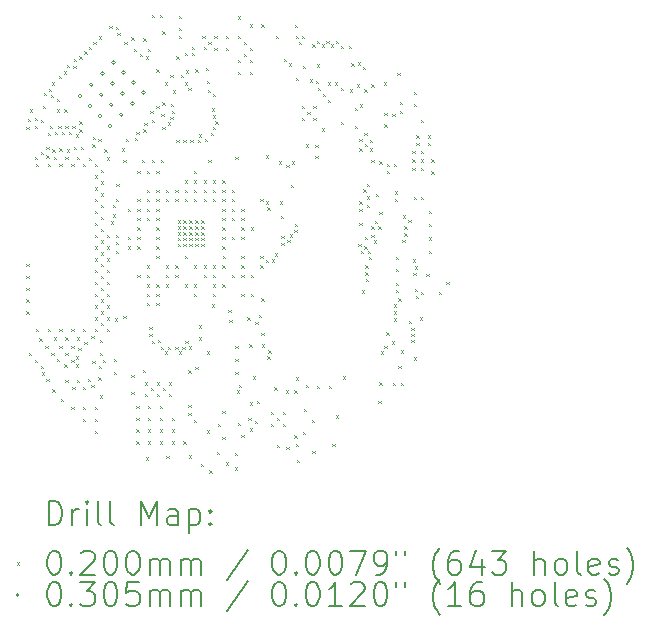
<source format=gbr>
%TF.GenerationSoftware,KiCad,Pcbnew,7.0.1*%
%TF.CreationDate,2023-12-24T21:56:31+00:00*%
%TF.ProjectId,watch_main,77617463-685f-46d6-9169-6e2e6b696361,rev?*%
%TF.SameCoordinates,Original*%
%TF.FileFunction,Drillmap*%
%TF.FilePolarity,Positive*%
%FSLAX45Y45*%
G04 Gerber Fmt 4.5, Leading zero omitted, Abs format (unit mm)*
G04 Created by KiCad (PCBNEW 7.0.1) date 2023-12-24 21:56:31*
%MOMM*%
%LPD*%
G01*
G04 APERTURE LIST*
%ADD10C,0.200000*%
%ADD11C,0.020000*%
%ADD12C,0.030500*%
G04 APERTURE END LIST*
D10*
D11*
X13260000Y-8830000D02*
X13280000Y-8850000D01*
X13280000Y-8830000D02*
X13260000Y-8850000D01*
X13261300Y-9990000D02*
X13281300Y-10010000D01*
X13281300Y-9990000D02*
X13261300Y-10010000D01*
X13261300Y-10090000D02*
X13281300Y-10110000D01*
X13281300Y-10090000D02*
X13261300Y-10110000D01*
X13261300Y-10190000D02*
X13281300Y-10210000D01*
X13281300Y-10190000D02*
X13261300Y-10210000D01*
X13261300Y-10290000D02*
X13281300Y-10310000D01*
X13281300Y-10290000D02*
X13261300Y-10310000D01*
X13261300Y-10390000D02*
X13281300Y-10410000D01*
X13281300Y-10390000D02*
X13261300Y-10410000D01*
X13270000Y-8760000D02*
X13290000Y-8780000D01*
X13290000Y-8760000D02*
X13270000Y-8780000D01*
X13280000Y-10740000D02*
X13300000Y-10760000D01*
X13300000Y-10740000D02*
X13280000Y-10760000D01*
X13290000Y-8680000D02*
X13310000Y-8700000D01*
X13310000Y-8680000D02*
X13290000Y-8700000D01*
X13330000Y-8750000D02*
X13350000Y-8770000D01*
X13350000Y-8750000D02*
X13330000Y-8770000D01*
X13330000Y-8820000D02*
X13350000Y-8840000D01*
X13350000Y-8820000D02*
X13330000Y-8840000D01*
X13330000Y-9080000D02*
X13350000Y-9100000D01*
X13350000Y-9080000D02*
X13330000Y-9100000D01*
X13330000Y-10800000D02*
X13350000Y-10820000D01*
X13350000Y-10800000D02*
X13330000Y-10820000D01*
X13340000Y-9140000D02*
X13360000Y-9160000D01*
X13360000Y-9140000D02*
X13340000Y-9160000D01*
X13340000Y-10540000D02*
X13360000Y-10560000D01*
X13360000Y-10540000D02*
X13340000Y-10560000D01*
X13370000Y-10620000D02*
X13390000Y-10640000D01*
X13390000Y-10620000D02*
X13370000Y-10640000D01*
X13380000Y-8770000D02*
X13400000Y-8790000D01*
X13400000Y-8770000D02*
X13380000Y-8790000D01*
X13380000Y-9040000D02*
X13400000Y-9060000D01*
X13400000Y-9040000D02*
X13380000Y-9060000D01*
X13380000Y-10850000D02*
X13400000Y-10870000D01*
X13400000Y-10850000D02*
X13380000Y-10870000D01*
X13393600Y-10907200D02*
X13413600Y-10927200D01*
X13413600Y-10907200D02*
X13393600Y-10927200D01*
X13400000Y-8650000D02*
X13420000Y-8670000D01*
X13420000Y-8650000D02*
X13400000Y-8670000D01*
X13410000Y-8540000D02*
X13430000Y-8560000D01*
X13430000Y-8540000D02*
X13410000Y-8560000D01*
X13420000Y-10680000D02*
X13440000Y-10700000D01*
X13440000Y-10680000D02*
X13420000Y-10700000D01*
X13430000Y-9000000D02*
X13450000Y-9020000D01*
X13450000Y-9000000D02*
X13430000Y-9020000D01*
X13430000Y-9070000D02*
X13450000Y-9090000D01*
X13450000Y-9070000D02*
X13430000Y-9090000D01*
X13430000Y-10960000D02*
X13450000Y-10980000D01*
X13450000Y-10960000D02*
X13430000Y-10980000D01*
X13440000Y-8880000D02*
X13460000Y-8900000D01*
X13460000Y-8880000D02*
X13440000Y-8900000D01*
X13440000Y-9140000D02*
X13460000Y-9160000D01*
X13460000Y-9140000D02*
X13440000Y-9160000D01*
X13440000Y-10540000D02*
X13460000Y-10560000D01*
X13460000Y-10540000D02*
X13440000Y-10560000D01*
X13449400Y-8505000D02*
X13469400Y-8525000D01*
X13469400Y-8505000D02*
X13449400Y-8525000D01*
X13460000Y-8820000D02*
X13480000Y-8840000D01*
X13480000Y-8820000D02*
X13460000Y-8840000D01*
X13467100Y-8558500D02*
X13487100Y-8578500D01*
X13487100Y-8558500D02*
X13467100Y-8578500D01*
X13470000Y-10740000D02*
X13490000Y-10760000D01*
X13490000Y-10740000D02*
X13470000Y-10760000D01*
X13477100Y-8450000D02*
X13497100Y-8470000D01*
X13497100Y-8450000D02*
X13477100Y-8470000D01*
X13480000Y-9020000D02*
X13500000Y-9040000D01*
X13500000Y-9020000D02*
X13480000Y-9040000D01*
X13480000Y-11050000D02*
X13500000Y-11070000D01*
X13500000Y-11050000D02*
X13480000Y-11070000D01*
X13490000Y-9080000D02*
X13510000Y-9100000D01*
X13510000Y-9080000D02*
X13490000Y-9100000D01*
X13490000Y-10610000D02*
X13510000Y-10630000D01*
X13510000Y-10610000D02*
X13490000Y-10630000D01*
X13500000Y-8870000D02*
X13520000Y-8890000D01*
X13520000Y-8870000D02*
X13500000Y-8890000D01*
X13520000Y-8590000D02*
X13540000Y-8610000D01*
X13540000Y-8590000D02*
X13520000Y-8610000D01*
X13520000Y-8680000D02*
X13540000Y-8700000D01*
X13540000Y-8680000D02*
X13520000Y-8700000D01*
X13520000Y-10790000D02*
X13540000Y-10810000D01*
X13540000Y-10790000D02*
X13520000Y-10810000D01*
X13530000Y-8820000D02*
X13550000Y-8840000D01*
X13550000Y-8820000D02*
X13530000Y-8840000D01*
X13536000Y-8398300D02*
X13556000Y-8418300D01*
X13556000Y-8398300D02*
X13536000Y-8418300D01*
X13540000Y-9010000D02*
X13560000Y-9030000D01*
X13560000Y-9010000D02*
X13540000Y-9030000D01*
X13540000Y-9140000D02*
X13560000Y-9160000D01*
X13560000Y-9140000D02*
X13540000Y-9160000D01*
X13540000Y-10540000D02*
X13560000Y-10560000D01*
X13560000Y-10540000D02*
X13540000Y-10560000D01*
X13540000Y-10680000D02*
X13560000Y-10700000D01*
X13560000Y-10680000D02*
X13540000Y-10700000D01*
X13550000Y-11130000D02*
X13570000Y-11150000D01*
X13570000Y-11130000D02*
X13550000Y-11150000D01*
X13560000Y-8870000D02*
X13580000Y-8890000D01*
X13580000Y-8870000D02*
X13560000Y-8890000D01*
X13576800Y-8357800D02*
X13596800Y-8377800D01*
X13596800Y-8357800D02*
X13576800Y-8377800D01*
X13580000Y-8680000D02*
X13600000Y-8700000D01*
X13600000Y-8680000D02*
X13580000Y-8700000D01*
X13580000Y-10840000D02*
X13600000Y-10860000D01*
X13600000Y-10840000D02*
X13580000Y-10860000D01*
X13590000Y-8820000D02*
X13610000Y-8840000D01*
X13610000Y-8820000D02*
X13590000Y-8840000D01*
X13590000Y-9080000D02*
X13610000Y-9100000D01*
X13610000Y-9080000D02*
X13590000Y-9100000D01*
X13590000Y-10610000D02*
X13610000Y-10630000D01*
X13610000Y-10610000D02*
X13590000Y-10630000D01*
X13590000Y-10740000D02*
X13610000Y-10760000D01*
X13610000Y-10740000D02*
X13590000Y-10760000D01*
X13590000Y-10970000D02*
X13610000Y-10990000D01*
X13610000Y-10970000D02*
X13590000Y-10990000D01*
X13600000Y-9020000D02*
X13620000Y-9040000D01*
X13620000Y-9020000D02*
X13600000Y-9040000D01*
X13600100Y-8304500D02*
X13620100Y-8324500D01*
X13620100Y-8304500D02*
X13600100Y-8324500D01*
X13620000Y-8870000D02*
X13640000Y-8890000D01*
X13640000Y-8870000D02*
X13620000Y-8890000D01*
X13640000Y-9140000D02*
X13660000Y-9160000D01*
X13660000Y-9140000D02*
X13640000Y-9160000D01*
X13640000Y-10540000D02*
X13660000Y-10560000D01*
X13660000Y-10540000D02*
X13640000Y-10560000D01*
X13640000Y-10680000D02*
X13660000Y-10700000D01*
X13660000Y-10680000D02*
X13640000Y-10700000D01*
X13640000Y-10800000D02*
X13660000Y-10820000D01*
X13660000Y-10800000D02*
X13640000Y-10820000D01*
X13640000Y-11200000D02*
X13660000Y-11220000D01*
X13660000Y-11200000D02*
X13640000Y-11220000D01*
X13650000Y-8820000D02*
X13670000Y-8840000D01*
X13670000Y-8820000D02*
X13650000Y-8840000D01*
X13650000Y-11030000D02*
X13670000Y-11050000D01*
X13670000Y-11030000D02*
X13650000Y-11050000D01*
X13658800Y-8310300D02*
X13678800Y-8330300D01*
X13678800Y-8310300D02*
X13658800Y-8330300D01*
X13660000Y-9000000D02*
X13680000Y-9020000D01*
X13680000Y-9000000D02*
X13660000Y-9020000D01*
X13660600Y-8254500D02*
X13680600Y-8274500D01*
X13680600Y-8254500D02*
X13660600Y-8274500D01*
X13680000Y-8890000D02*
X13700000Y-8910000D01*
X13700000Y-8890000D02*
X13680000Y-8910000D01*
X13680000Y-10770000D02*
X13700000Y-10790000D01*
X13700000Y-10770000D02*
X13680000Y-10790000D01*
X13680000Y-10840000D02*
X13700000Y-10860000D01*
X13700000Y-10840000D02*
X13680000Y-10860000D01*
X13690000Y-9080000D02*
X13710000Y-9100000D01*
X13710000Y-9080000D02*
X13690000Y-9100000D01*
X13690000Y-10610000D02*
X13710000Y-10630000D01*
X13710000Y-10610000D02*
X13690000Y-10630000D01*
X13690000Y-10970000D02*
X13710000Y-10990000D01*
X13710000Y-10970000D02*
X13690000Y-10990000D01*
X13700000Y-10700000D02*
X13720000Y-10720000D01*
X13720000Y-10700000D02*
X13700000Y-10720000D01*
X13710000Y-8230000D02*
X13730000Y-8250000D01*
X13730000Y-8230000D02*
X13710000Y-8250000D01*
X13710000Y-8780000D02*
X13730000Y-8800000D01*
X13730000Y-8780000D02*
X13710000Y-8800000D01*
X13710000Y-8850000D02*
X13730000Y-8870000D01*
X13730000Y-8850000D02*
X13710000Y-8870000D01*
X13720000Y-9000000D02*
X13740000Y-9020000D01*
X13740000Y-9000000D02*
X13720000Y-9020000D01*
X13740000Y-9140000D02*
X13760000Y-9160000D01*
X13760000Y-9140000D02*
X13740000Y-9160000D01*
X13740000Y-10540000D02*
X13760000Y-10560000D01*
X13760000Y-10540000D02*
X13740000Y-10560000D01*
X13740000Y-11030000D02*
X13760000Y-11050000D01*
X13760000Y-11030000D02*
X13740000Y-11050000D01*
X13740000Y-11200000D02*
X13760000Y-11220000D01*
X13760000Y-11200000D02*
X13740000Y-11220000D01*
X13740000Y-11300000D02*
X13760000Y-11320000D01*
X13760000Y-11300000D02*
X13740000Y-11320000D01*
X13749400Y-8188100D02*
X13769400Y-8208100D01*
X13769400Y-8188100D02*
X13749400Y-8208100D01*
X13750000Y-10650000D02*
X13770000Y-10670000D01*
X13770000Y-10650000D02*
X13750000Y-10670000D01*
X13780000Y-10960000D02*
X13800000Y-10980000D01*
X13800000Y-10960000D02*
X13780000Y-10980000D01*
X13788836Y-8148100D02*
X13808836Y-8168100D01*
X13808836Y-8148100D02*
X13788836Y-8168100D01*
X13790000Y-9090000D02*
X13810000Y-9110000D01*
X13810000Y-9090000D02*
X13790000Y-9110000D01*
X13810000Y-10600000D02*
X13830000Y-10620000D01*
X13830000Y-10600000D02*
X13810000Y-10620000D01*
X13810000Y-11010000D02*
X13830000Y-11030000D01*
X13830000Y-11010000D02*
X13810000Y-11030000D01*
X13820000Y-8975000D02*
X13840000Y-8995000D01*
X13840000Y-8975000D02*
X13820000Y-8995000D01*
X13820000Y-10810000D02*
X13840000Y-10830000D01*
X13840000Y-10810000D02*
X13820000Y-10830000D01*
X13821000Y-8914000D02*
X13841000Y-8934000D01*
X13841000Y-8914000D02*
X13821000Y-8934000D01*
X13826400Y-8109100D02*
X13846400Y-8129100D01*
X13846400Y-8109100D02*
X13826400Y-8129100D01*
X13840000Y-9140000D02*
X13860000Y-9160000D01*
X13860000Y-9140000D02*
X13840000Y-9160000D01*
X13840000Y-9240000D02*
X13860000Y-9260000D01*
X13860000Y-9240000D02*
X13840000Y-9260000D01*
X13840000Y-9340000D02*
X13860000Y-9360000D01*
X13860000Y-9340000D02*
X13840000Y-9360000D01*
X13840000Y-9440000D02*
X13860000Y-9460000D01*
X13860000Y-9440000D02*
X13840000Y-9460000D01*
X13840000Y-9540000D02*
X13860000Y-9560000D01*
X13860000Y-9540000D02*
X13840000Y-9560000D01*
X13840000Y-9640000D02*
X13860000Y-9660000D01*
X13860000Y-9640000D02*
X13840000Y-9660000D01*
X13840000Y-9740000D02*
X13860000Y-9760000D01*
X13860000Y-9740000D02*
X13840000Y-9760000D01*
X13840000Y-9840000D02*
X13860000Y-9860000D01*
X13860000Y-9840000D02*
X13840000Y-9860000D01*
X13840000Y-9940000D02*
X13860000Y-9960000D01*
X13860000Y-9940000D02*
X13840000Y-9960000D01*
X13840000Y-10040000D02*
X13860000Y-10060000D01*
X13860000Y-10040000D02*
X13840000Y-10060000D01*
X13840000Y-10140000D02*
X13860000Y-10160000D01*
X13860000Y-10140000D02*
X13840000Y-10160000D01*
X13840000Y-10240000D02*
X13860000Y-10260000D01*
X13860000Y-10240000D02*
X13840000Y-10260000D01*
X13840000Y-10340000D02*
X13860000Y-10360000D01*
X13860000Y-10340000D02*
X13840000Y-10360000D01*
X13840000Y-10440000D02*
X13860000Y-10460000D01*
X13860000Y-10440000D02*
X13840000Y-10460000D01*
X13840000Y-10540000D02*
X13860000Y-10560000D01*
X13860000Y-10540000D02*
X13840000Y-10560000D01*
X13840000Y-11200000D02*
X13860000Y-11220000D01*
X13860000Y-11200000D02*
X13840000Y-11220000D01*
X13840000Y-11300000D02*
X13860000Y-11320000D01*
X13860000Y-11300000D02*
X13840000Y-11320000D01*
X13840000Y-11400000D02*
X13860000Y-11420000D01*
X13860000Y-11400000D02*
X13840000Y-11420000D01*
X13870000Y-8930000D02*
X13890000Y-8950000D01*
X13890000Y-8930000D02*
X13870000Y-8950000D01*
X13870000Y-10950000D02*
X13890000Y-10970000D01*
X13890000Y-10950000D02*
X13870000Y-10970000D01*
X13873900Y-8060600D02*
X13893900Y-8080600D01*
X13893900Y-8060600D02*
X13873900Y-8080600D01*
X13875200Y-10851100D02*
X13895200Y-10871100D01*
X13895200Y-10851100D02*
X13875200Y-10871100D01*
X13880000Y-10630000D02*
X13900000Y-10650000D01*
X13900000Y-10630000D02*
X13880000Y-10650000D01*
X13880000Y-10740000D02*
X13900000Y-10760000D01*
X13900000Y-10740000D02*
X13880000Y-10760000D01*
X13880000Y-11100000D02*
X13900000Y-11120000D01*
X13900000Y-11100000D02*
X13880000Y-11120000D01*
X13890000Y-9190000D02*
X13910000Y-9210000D01*
X13910000Y-9190000D02*
X13890000Y-9210000D01*
X13890000Y-9290000D02*
X13910000Y-9310000D01*
X13910000Y-9290000D02*
X13890000Y-9310000D01*
X13890000Y-9390000D02*
X13910000Y-9410000D01*
X13910000Y-9390000D02*
X13890000Y-9410000D01*
X13890000Y-9490000D02*
X13910000Y-9510000D01*
X13910000Y-9490000D02*
X13890000Y-9510000D01*
X13890000Y-9590000D02*
X13910000Y-9610000D01*
X13910000Y-9590000D02*
X13890000Y-9610000D01*
X13890000Y-9690000D02*
X13910000Y-9710000D01*
X13910000Y-9690000D02*
X13890000Y-9710000D01*
X13890000Y-9790000D02*
X13910000Y-9810000D01*
X13910000Y-9790000D02*
X13890000Y-9810000D01*
X13890000Y-9890000D02*
X13910000Y-9910000D01*
X13910000Y-9890000D02*
X13890000Y-9910000D01*
X13890000Y-9990000D02*
X13910000Y-10010000D01*
X13910000Y-9990000D02*
X13890000Y-10010000D01*
X13890000Y-10090000D02*
X13910000Y-10110000D01*
X13910000Y-10090000D02*
X13890000Y-10110000D01*
X13890000Y-10190000D02*
X13910000Y-10210000D01*
X13910000Y-10190000D02*
X13890000Y-10210000D01*
X13890000Y-10290000D02*
X13910000Y-10310000D01*
X13910000Y-10290000D02*
X13890000Y-10310000D01*
X13890000Y-10390000D02*
X13910000Y-10410000D01*
X13910000Y-10390000D02*
X13890000Y-10410000D01*
X13890000Y-10490000D02*
X13910000Y-10510000D01*
X13910000Y-10490000D02*
X13890000Y-10510000D01*
X13910000Y-10800000D02*
X13930000Y-10820000D01*
X13930000Y-10800000D02*
X13910000Y-10820000D01*
X13920000Y-9020000D02*
X13940000Y-9040000D01*
X13940000Y-9020000D02*
X13920000Y-9040000D01*
X13940000Y-9085000D02*
X13960000Y-9105000D01*
X13960000Y-9085000D02*
X13940000Y-9105000D01*
X13940000Y-9740000D02*
X13960000Y-9760000D01*
X13960000Y-9740000D02*
X13940000Y-9760000D01*
X13940000Y-9840000D02*
X13960000Y-9860000D01*
X13960000Y-9840000D02*
X13940000Y-9860000D01*
X13940000Y-9940000D02*
X13960000Y-9960000D01*
X13960000Y-9940000D02*
X13940000Y-9960000D01*
X13940000Y-10040000D02*
X13960000Y-10060000D01*
X13960000Y-10040000D02*
X13940000Y-10060000D01*
X13940000Y-10140000D02*
X13960000Y-10160000D01*
X13960000Y-10140000D02*
X13940000Y-10160000D01*
X13940000Y-10240000D02*
X13960000Y-10260000D01*
X13960000Y-10240000D02*
X13940000Y-10260000D01*
X13940000Y-10340000D02*
X13960000Y-10360000D01*
X13960000Y-10340000D02*
X13940000Y-10360000D01*
X13940000Y-10440000D02*
X13960000Y-10460000D01*
X13960000Y-10440000D02*
X13940000Y-10460000D01*
X13940000Y-10540000D02*
X13960000Y-10560000D01*
X13960000Y-10540000D02*
X13940000Y-10560000D01*
X13963100Y-7970900D02*
X13983100Y-7990900D01*
X13983100Y-7970900D02*
X13963100Y-7990900D01*
X13975800Y-9627100D02*
X13995800Y-9647100D01*
X13995800Y-9627100D02*
X13975800Y-9647100D01*
X13990000Y-9490000D02*
X14010000Y-9510000D01*
X14010000Y-9490000D02*
X13990000Y-9510000D01*
X13991400Y-9570200D02*
X14011400Y-9590200D01*
X14011400Y-9570200D02*
X13991400Y-9590200D01*
X14000000Y-10790000D02*
X14020000Y-10810000D01*
X14020000Y-10790000D02*
X14000000Y-10810000D01*
X14000000Y-10900000D02*
X14020000Y-10920000D01*
X14020000Y-10900000D02*
X14000000Y-10920000D01*
X14010000Y-10450000D02*
X14030000Y-10470000D01*
X14030000Y-10450000D02*
X14010000Y-10470000D01*
X14015000Y-9740000D02*
X14035000Y-9760000D01*
X14035000Y-9740000D02*
X14015000Y-9760000D01*
X14018352Y-7982452D02*
X14038352Y-8002452D01*
X14038352Y-7982452D02*
X14018352Y-8002452D01*
X14020000Y-9440000D02*
X14040000Y-9460000D01*
X14040000Y-9440000D02*
X14020000Y-9460000D01*
X14020000Y-9800000D02*
X14040000Y-9820000D01*
X14040000Y-9800000D02*
X14020000Y-9820000D01*
X14020000Y-9880000D02*
X14040000Y-9900000D01*
X14040000Y-9880000D02*
X14020000Y-9900000D01*
X14020400Y-9309600D02*
X14040400Y-9329600D01*
X14040400Y-9309600D02*
X14020400Y-9329600D01*
X14029600Y-8034100D02*
X14049600Y-8054100D01*
X14049600Y-8034100D02*
X14029600Y-8054100D01*
X14070000Y-9010000D02*
X14090000Y-9030000D01*
X14090000Y-9010000D02*
X14070000Y-9030000D01*
X14080000Y-9110000D02*
X14100000Y-9130000D01*
X14100000Y-9110000D02*
X14080000Y-9130000D01*
X14080000Y-10430000D02*
X14100000Y-10450000D01*
X14100000Y-10430000D02*
X14080000Y-10450000D01*
X14090000Y-8110000D02*
X14110000Y-8130000D01*
X14110000Y-8110000D02*
X14090000Y-8130000D01*
X14100000Y-8930000D02*
X14120000Y-8950000D01*
X14120000Y-8930000D02*
X14100000Y-8950000D01*
X14120000Y-9520000D02*
X14140000Y-9540000D01*
X14140000Y-9520000D02*
X14120000Y-9540000D01*
X14120000Y-9760000D02*
X14140000Y-9780000D01*
X14140000Y-9760000D02*
X14120000Y-9780000D01*
X14120000Y-9840000D02*
X14140000Y-9860000D01*
X14140000Y-9840000D02*
X14120000Y-9860000D01*
X14150000Y-8070000D02*
X14170000Y-8090000D01*
X14170000Y-8070000D02*
X14150000Y-8090000D01*
X14150000Y-10930000D02*
X14170000Y-10950000D01*
X14170000Y-10930000D02*
X14150000Y-10950000D01*
X14150000Y-11070000D02*
X14170000Y-11090000D01*
X14170000Y-11070000D02*
X14150000Y-11090000D01*
X14170000Y-8170000D02*
X14190000Y-8190000D01*
X14190000Y-8170000D02*
X14170000Y-8190000D01*
X14180000Y-8920000D02*
X14200000Y-8940000D01*
X14200000Y-8920000D02*
X14180000Y-8940000D01*
X14190000Y-8870000D02*
X14210000Y-8890000D01*
X14210000Y-8870000D02*
X14190000Y-8890000D01*
X14190000Y-11190000D02*
X14210000Y-11210000D01*
X14210000Y-11190000D02*
X14190000Y-11210000D01*
X14190000Y-11290000D02*
X14210000Y-11310000D01*
X14210000Y-11290000D02*
X14190000Y-11310000D01*
X14190000Y-11390000D02*
X14210000Y-11410000D01*
X14210000Y-11390000D02*
X14190000Y-11410000D01*
X14190000Y-11490000D02*
X14210000Y-11510000D01*
X14210000Y-11490000D02*
X14190000Y-11510000D01*
X14200000Y-9200000D02*
X14220000Y-9220000D01*
X14220000Y-9200000D02*
X14200000Y-9220000D01*
X14200000Y-9440000D02*
X14220000Y-9460000D01*
X14220000Y-9440000D02*
X14200000Y-9460000D01*
X14200000Y-9520000D02*
X14220000Y-9540000D01*
X14220000Y-9520000D02*
X14200000Y-9540000D01*
X14200000Y-9600000D02*
X14220000Y-9620000D01*
X14220000Y-9600000D02*
X14200000Y-9620000D01*
X14200000Y-9680000D02*
X14220000Y-9700000D01*
X14220000Y-9680000D02*
X14200000Y-9700000D01*
X14200000Y-9760000D02*
X14220000Y-9780000D01*
X14220000Y-9760000D02*
X14200000Y-9780000D01*
X14200000Y-9840000D02*
X14220000Y-9860000D01*
X14220000Y-9840000D02*
X14200000Y-9860000D01*
X14200000Y-10080000D02*
X14220000Y-10100000D01*
X14220000Y-10080000D02*
X14200000Y-10100000D01*
X14220000Y-8210000D02*
X14240000Y-8230000D01*
X14240000Y-8210000D02*
X14220000Y-8230000D01*
X14240000Y-9110000D02*
X14260000Y-9130000D01*
X14260000Y-9110000D02*
X14240000Y-9130000D01*
X14246053Y-10882738D02*
X14266053Y-10902738D01*
X14266053Y-10882738D02*
X14246053Y-10902738D01*
X14250000Y-8080000D02*
X14270000Y-8100000D01*
X14270000Y-8080000D02*
X14250000Y-8100000D01*
X14250000Y-8850000D02*
X14270000Y-8870000D01*
X14270000Y-8850000D02*
X14250000Y-8870000D01*
X14260000Y-8796569D02*
X14280000Y-8816569D01*
X14280000Y-8796569D02*
X14260000Y-8816569D01*
X14265000Y-10990000D02*
X14285000Y-11010000D01*
X14285000Y-10990000D02*
X14265000Y-11010000D01*
X14265000Y-11090000D02*
X14285000Y-11110000D01*
X14285000Y-11090000D02*
X14265000Y-11110000D01*
X14270000Y-8230000D02*
X14290000Y-8250000D01*
X14290000Y-8230000D02*
X14270000Y-8250000D01*
X14270993Y-11626439D02*
X14290993Y-11646439D01*
X14290993Y-11626439D02*
X14270993Y-11646439D01*
X14280000Y-9200000D02*
X14300000Y-9220000D01*
X14300000Y-9200000D02*
X14280000Y-9220000D01*
X14280000Y-9360000D02*
X14300000Y-9380000D01*
X14300000Y-9360000D02*
X14280000Y-9380000D01*
X14280000Y-9440000D02*
X14300000Y-9460000D01*
X14300000Y-9440000D02*
X14280000Y-9460000D01*
X14280000Y-9520000D02*
X14300000Y-9540000D01*
X14300000Y-9520000D02*
X14280000Y-9540000D01*
X14280000Y-9600000D02*
X14300000Y-9620000D01*
X14300000Y-9600000D02*
X14280000Y-9620000D01*
X14280000Y-10000000D02*
X14300000Y-10020000D01*
X14300000Y-10000000D02*
X14280000Y-10020000D01*
X14280000Y-10080000D02*
X14300000Y-10100000D01*
X14300000Y-10080000D02*
X14280000Y-10100000D01*
X14280000Y-10160000D02*
X14300000Y-10180000D01*
X14300000Y-10160000D02*
X14280000Y-10180000D01*
X14280000Y-10240000D02*
X14300000Y-10260000D01*
X14300000Y-10240000D02*
X14280000Y-10260000D01*
X14280000Y-10320000D02*
X14300000Y-10340000D01*
X14300000Y-10320000D02*
X14280000Y-10340000D01*
X14290000Y-8165000D02*
X14310000Y-8185000D01*
X14310000Y-8165000D02*
X14290000Y-8185000D01*
X14290000Y-11190000D02*
X14310000Y-11210000D01*
X14310000Y-11190000D02*
X14290000Y-11210000D01*
X14290000Y-11290000D02*
X14310000Y-11310000D01*
X14310000Y-11290000D02*
X14290000Y-11310000D01*
X14290000Y-11390000D02*
X14310000Y-11410000D01*
X14310000Y-11390000D02*
X14290000Y-11410000D01*
X14290000Y-11490000D02*
X14310000Y-11510000D01*
X14310000Y-11490000D02*
X14290000Y-11510000D01*
X14300000Y-10520000D02*
X14320000Y-10540000D01*
X14320000Y-10520000D02*
X14300000Y-10540000D01*
X14300000Y-10580000D02*
X14320000Y-10600000D01*
X14320000Y-10580000D02*
X14300000Y-10600000D01*
X14310000Y-8690000D02*
X14330000Y-8710000D01*
X14330000Y-8690000D02*
X14310000Y-8710000D01*
X14315000Y-11040000D02*
X14335000Y-11060000D01*
X14335000Y-11040000D02*
X14315000Y-11060000D01*
X14320000Y-7880000D02*
X14340000Y-7900000D01*
X14340000Y-7880000D02*
X14320000Y-7900000D01*
X14320000Y-8770000D02*
X14340000Y-8790000D01*
X14340000Y-8770000D02*
X14320000Y-8790000D01*
X14320000Y-9110000D02*
X14340000Y-9130000D01*
X14340000Y-9110000D02*
X14320000Y-9130000D01*
X14320000Y-10640000D02*
X14340000Y-10660000D01*
X14340000Y-10640000D02*
X14320000Y-10660000D01*
X14360000Y-8340000D02*
X14380000Y-8360000D01*
X14380000Y-8340000D02*
X14360000Y-8360000D01*
X14360000Y-8650000D02*
X14380000Y-8670000D01*
X14380000Y-8650000D02*
X14360000Y-8670000D01*
X14360000Y-9200000D02*
X14380000Y-9220000D01*
X14380000Y-9200000D02*
X14360000Y-9220000D01*
X14360000Y-9360000D02*
X14380000Y-9380000D01*
X14380000Y-9360000D02*
X14360000Y-9380000D01*
X14360000Y-9440000D02*
X14380000Y-9460000D01*
X14380000Y-9440000D02*
X14360000Y-9460000D01*
X14360000Y-9520000D02*
X14380000Y-9540000D01*
X14380000Y-9520000D02*
X14360000Y-9540000D01*
X14360000Y-9600000D02*
X14380000Y-9620000D01*
X14380000Y-9600000D02*
X14360000Y-9620000D01*
X14360000Y-9680000D02*
X14380000Y-9700000D01*
X14380000Y-9680000D02*
X14360000Y-9700000D01*
X14360000Y-9760000D02*
X14380000Y-9780000D01*
X14380000Y-9760000D02*
X14360000Y-9780000D01*
X14360000Y-9840000D02*
X14380000Y-9860000D01*
X14380000Y-9840000D02*
X14360000Y-9860000D01*
X14360000Y-9920000D02*
X14380000Y-9940000D01*
X14380000Y-9920000D02*
X14360000Y-9940000D01*
X14360000Y-10160000D02*
X14380000Y-10180000D01*
X14380000Y-10160000D02*
X14360000Y-10180000D01*
X14360000Y-10240000D02*
X14380000Y-10260000D01*
X14380000Y-10240000D02*
X14360000Y-10260000D01*
X14360000Y-10320000D02*
X14380000Y-10340000D01*
X14380000Y-10320000D02*
X14360000Y-10340000D01*
X14365000Y-10990000D02*
X14385000Y-11010000D01*
X14385000Y-10990000D02*
X14365000Y-11010000D01*
X14365000Y-11090000D02*
X14385000Y-11110000D01*
X14385000Y-11090000D02*
X14365000Y-11110000D01*
X14372500Y-10630000D02*
X14392500Y-10650000D01*
X14392500Y-10630000D02*
X14372500Y-10650000D01*
X14390000Y-7880000D02*
X14410000Y-7900000D01*
X14410000Y-7880000D02*
X14390000Y-7900000D01*
X14390000Y-11190000D02*
X14410000Y-11210000D01*
X14410000Y-11190000D02*
X14390000Y-11210000D01*
X14390000Y-11290000D02*
X14410000Y-11310000D01*
X14410000Y-11290000D02*
X14390000Y-11310000D01*
X14390000Y-11390000D02*
X14410000Y-11410000D01*
X14410000Y-11390000D02*
X14390000Y-11410000D01*
X14390000Y-11490000D02*
X14410000Y-11510000D01*
X14410000Y-11490000D02*
X14390000Y-11510000D01*
X14400000Y-9110000D02*
X14420000Y-9130000D01*
X14420000Y-9110000D02*
X14400000Y-9130000D01*
X14400000Y-10690000D02*
X14420000Y-10710000D01*
X14420000Y-10690000D02*
X14400000Y-10710000D01*
X14403941Y-8716059D02*
X14423941Y-8736059D01*
X14423941Y-8716059D02*
X14403941Y-8736059D01*
X14410000Y-8020000D02*
X14430000Y-8040000D01*
X14430000Y-8020000D02*
X14410000Y-8040000D01*
X14410000Y-8620000D02*
X14430000Y-8640000D01*
X14430000Y-8620000D02*
X14410000Y-8640000D01*
X14410000Y-8830000D02*
X14430000Y-8850000D01*
X14430000Y-8830000D02*
X14410000Y-8850000D01*
X14415000Y-11040000D02*
X14435000Y-11060000D01*
X14435000Y-11040000D02*
X14415000Y-11060000D01*
X14430000Y-10730000D02*
X14450000Y-10750000D01*
X14450000Y-10730000D02*
X14430000Y-10750000D01*
X14432000Y-8450000D02*
X14452000Y-8470000D01*
X14452000Y-8450000D02*
X14432000Y-8470000D01*
X14440000Y-9360000D02*
X14460000Y-9380000D01*
X14460000Y-9360000D02*
X14440000Y-9380000D01*
X14440000Y-9440000D02*
X14460000Y-9460000D01*
X14460000Y-9440000D02*
X14440000Y-9460000D01*
X14440000Y-10000000D02*
X14460000Y-10020000D01*
X14460000Y-10000000D02*
X14440000Y-10020000D01*
X14440000Y-10080000D02*
X14460000Y-10100000D01*
X14460000Y-10080000D02*
X14440000Y-10100000D01*
X14440000Y-10160000D02*
X14460000Y-10180000D01*
X14460000Y-10160000D02*
X14440000Y-10180000D01*
X14444000Y-11611000D02*
X14464000Y-11631000D01*
X14464000Y-11611000D02*
X14444000Y-11631000D01*
X14460000Y-8790000D02*
X14480000Y-8810000D01*
X14480000Y-8790000D02*
X14460000Y-8810000D01*
X14460000Y-10690000D02*
X14480000Y-10710000D01*
X14480000Y-10690000D02*
X14460000Y-10710000D01*
X14465000Y-10990000D02*
X14485000Y-11010000D01*
X14485000Y-10990000D02*
X14465000Y-11010000D01*
X14465000Y-11090000D02*
X14485000Y-11110000D01*
X14485000Y-11090000D02*
X14465000Y-11110000D01*
X14479000Y-8742000D02*
X14499000Y-8762000D01*
X14499000Y-8742000D02*
X14479000Y-8762000D01*
X14480000Y-8390000D02*
X14500000Y-8410000D01*
X14500000Y-8390000D02*
X14480000Y-8410000D01*
X14481000Y-8634000D02*
X14501000Y-8654000D01*
X14501000Y-8634000D02*
X14481000Y-8654000D01*
X14490000Y-8690000D02*
X14510000Y-8710000D01*
X14510000Y-8690000D02*
X14490000Y-8710000D01*
X14490000Y-11290000D02*
X14510000Y-11310000D01*
X14510000Y-11290000D02*
X14490000Y-11310000D01*
X14490000Y-11390000D02*
X14510000Y-11410000D01*
X14510000Y-11390000D02*
X14490000Y-11410000D01*
X14490000Y-11490000D02*
X14510000Y-11510000D01*
X14510000Y-11490000D02*
X14490000Y-11510000D01*
X14500000Y-8520000D02*
X14520000Y-8540000D01*
X14520000Y-8520000D02*
X14500000Y-8540000D01*
X14520000Y-9360000D02*
X14540000Y-9380000D01*
X14540000Y-9360000D02*
X14520000Y-9380000D01*
X14520000Y-9440000D02*
X14540000Y-9460000D01*
X14540000Y-9440000D02*
X14520000Y-9460000D01*
X14520000Y-10000000D02*
X14540000Y-10020000D01*
X14540000Y-10000000D02*
X14520000Y-10020000D01*
X14520000Y-10080000D02*
X14540000Y-10100000D01*
X14540000Y-10080000D02*
X14520000Y-10100000D01*
X14520000Y-10690000D02*
X14540000Y-10710000D01*
X14540000Y-10690000D02*
X14520000Y-10710000D01*
X14530000Y-8230000D02*
X14550000Y-8250000D01*
X14550000Y-8230000D02*
X14530000Y-8250000D01*
X14530000Y-8940000D02*
X14550000Y-8960000D01*
X14550000Y-8940000D02*
X14530000Y-8960000D01*
X14540000Y-9620000D02*
X14560000Y-9640000D01*
X14560000Y-9620000D02*
X14540000Y-9640000D01*
X14540000Y-9670000D02*
X14560000Y-9690000D01*
X14560000Y-9670000D02*
X14540000Y-9690000D01*
X14540000Y-9720000D02*
X14560000Y-9740000D01*
X14560000Y-9720000D02*
X14540000Y-9740000D01*
X14540000Y-9770000D02*
X14560000Y-9790000D01*
X14560000Y-9770000D02*
X14540000Y-9790000D01*
X14540000Y-9820000D02*
X14560000Y-9840000D01*
X14560000Y-9820000D02*
X14540000Y-9840000D01*
X14550000Y-7890000D02*
X14570000Y-7910000D01*
X14570000Y-7890000D02*
X14550000Y-7910000D01*
X14550000Y-7990000D02*
X14570000Y-8010000D01*
X14570000Y-7990000D02*
X14550000Y-8010000D01*
X14550000Y-8060000D02*
X14570000Y-8080000D01*
X14570000Y-8060000D02*
X14550000Y-8080000D01*
X14550000Y-10730000D02*
X14570000Y-10750000D01*
X14570000Y-10730000D02*
X14550000Y-10750000D01*
X14570000Y-8390000D02*
X14590000Y-8410000D01*
X14590000Y-8390000D02*
X14570000Y-8410000D01*
X14580000Y-10690000D02*
X14600000Y-10710000D01*
X14600000Y-10690000D02*
X14580000Y-10710000D01*
X14590000Y-8940000D02*
X14610000Y-8960000D01*
X14610000Y-8940000D02*
X14590000Y-8960000D01*
X14590000Y-9620000D02*
X14610000Y-9640000D01*
X14610000Y-9620000D02*
X14590000Y-9640000D01*
X14590000Y-9670000D02*
X14610000Y-9690000D01*
X14610000Y-9670000D02*
X14590000Y-9690000D01*
X14590000Y-9720000D02*
X14610000Y-9740000D01*
X14610000Y-9720000D02*
X14590000Y-9740000D01*
X14590000Y-9770000D02*
X14610000Y-9790000D01*
X14610000Y-9770000D02*
X14590000Y-9790000D01*
X14590000Y-9820000D02*
X14610000Y-9840000D01*
X14610000Y-9820000D02*
X14590000Y-9840000D01*
X14590000Y-11490000D02*
X14610000Y-11510000D01*
X14610000Y-11490000D02*
X14590000Y-11510000D01*
X14600000Y-8200000D02*
X14620000Y-8220000D01*
X14620000Y-8200000D02*
X14600000Y-8220000D01*
X14600000Y-8450000D02*
X14620000Y-8470000D01*
X14620000Y-8450000D02*
X14600000Y-8470000D01*
X14600000Y-9280000D02*
X14620000Y-9300000D01*
X14620000Y-9280000D02*
X14600000Y-9300000D01*
X14600000Y-9360000D02*
X14620000Y-9380000D01*
X14620000Y-9360000D02*
X14600000Y-9380000D01*
X14600000Y-9440000D02*
X14620000Y-9460000D01*
X14620000Y-9440000D02*
X14600000Y-9460000D01*
X14600000Y-9920000D02*
X14620000Y-9940000D01*
X14620000Y-9920000D02*
X14600000Y-9940000D01*
X14600000Y-10160000D02*
X14620000Y-10180000D01*
X14620000Y-10160000D02*
X14600000Y-10180000D01*
X14607500Y-10637500D02*
X14627500Y-10657500D01*
X14627500Y-10637500D02*
X14607500Y-10657500D01*
X14610000Y-8350000D02*
X14630000Y-8370000D01*
X14630000Y-8350000D02*
X14610000Y-8370000D01*
X14630000Y-8500000D02*
X14650000Y-8520000D01*
X14650000Y-8500000D02*
X14630000Y-8520000D01*
X14630000Y-10890000D02*
X14650000Y-10910000D01*
X14650000Y-10890000D02*
X14630000Y-10910000D01*
X14630000Y-11180000D02*
X14650000Y-11200000D01*
X14650000Y-11180000D02*
X14630000Y-11200000D01*
X14630000Y-11250000D02*
X14650000Y-11270000D01*
X14650000Y-11250000D02*
X14630000Y-11270000D01*
X14634000Y-11610000D02*
X14654000Y-11630000D01*
X14654000Y-11610000D02*
X14634000Y-11630000D01*
X14637200Y-10686400D02*
X14657200Y-10706400D01*
X14657200Y-10686400D02*
X14637200Y-10706400D01*
X14640000Y-9620000D02*
X14660000Y-9640000D01*
X14660000Y-9620000D02*
X14640000Y-9640000D01*
X14640000Y-9670000D02*
X14660000Y-9690000D01*
X14660000Y-9670000D02*
X14640000Y-9690000D01*
X14640000Y-9720000D02*
X14660000Y-9740000D01*
X14660000Y-9720000D02*
X14640000Y-9740000D01*
X14640000Y-9770000D02*
X14660000Y-9790000D01*
X14660000Y-9770000D02*
X14640000Y-9790000D01*
X14640000Y-9820000D02*
X14660000Y-9840000D01*
X14660000Y-9820000D02*
X14640000Y-9840000D01*
X14649850Y-8940000D02*
X14669850Y-8960000D01*
X14669850Y-8940000D02*
X14649850Y-8960000D01*
X14660000Y-8150000D02*
X14680000Y-8170000D01*
X14680000Y-8150000D02*
X14660000Y-8170000D01*
X14660000Y-8200000D02*
X14680000Y-8220000D01*
X14680000Y-8200000D02*
X14660000Y-8220000D01*
X14680000Y-9200000D02*
X14700000Y-9220000D01*
X14700000Y-9200000D02*
X14680000Y-9220000D01*
X14680000Y-9280000D02*
X14700000Y-9300000D01*
X14700000Y-9280000D02*
X14680000Y-9300000D01*
X14680000Y-9360000D02*
X14700000Y-9380000D01*
X14700000Y-9360000D02*
X14680000Y-9380000D01*
X14680000Y-9440000D02*
X14700000Y-9460000D01*
X14700000Y-9440000D02*
X14680000Y-9460000D01*
X14680000Y-10000000D02*
X14700000Y-10020000D01*
X14700000Y-10000000D02*
X14680000Y-10020000D01*
X14680000Y-10160000D02*
X14700000Y-10180000D01*
X14700000Y-10160000D02*
X14680000Y-10180000D01*
X14680000Y-10240000D02*
X14700000Y-10260000D01*
X14700000Y-10240000D02*
X14680000Y-10260000D01*
X14680000Y-11310000D02*
X14700000Y-11330000D01*
X14700000Y-11310000D02*
X14680000Y-11330000D01*
X14690000Y-8340000D02*
X14710000Y-8360000D01*
X14710000Y-8340000D02*
X14690000Y-8360000D01*
X14690000Y-9620000D02*
X14710000Y-9640000D01*
X14710000Y-9620000D02*
X14690000Y-9640000D01*
X14690000Y-9670000D02*
X14710000Y-9690000D01*
X14710000Y-9670000D02*
X14690000Y-9690000D01*
X14690000Y-9720000D02*
X14710000Y-9740000D01*
X14710000Y-9720000D02*
X14690000Y-9740000D01*
X14690000Y-9770000D02*
X14710000Y-9790000D01*
X14710000Y-9770000D02*
X14690000Y-9790000D01*
X14690000Y-9820000D02*
X14710000Y-9840000D01*
X14710000Y-9820000D02*
X14690000Y-9840000D01*
X14690000Y-10860000D02*
X14710000Y-10880000D01*
X14710000Y-10860000D02*
X14690000Y-10880000D01*
X14710000Y-8940000D02*
X14730000Y-8960000D01*
X14730000Y-8940000D02*
X14710000Y-8960000D01*
X14720000Y-8890000D02*
X14740000Y-8910000D01*
X14740000Y-8890000D02*
X14720000Y-8910000D01*
X14722000Y-10510000D02*
X14742000Y-10530000D01*
X14742000Y-10510000D02*
X14722000Y-10530000D01*
X14722000Y-10610000D02*
X14742000Y-10630000D01*
X14742000Y-10610000D02*
X14722000Y-10630000D01*
X14736000Y-11680000D02*
X14756000Y-11700000D01*
X14756000Y-11680000D02*
X14736000Y-11700000D01*
X14740000Y-9620000D02*
X14760000Y-9640000D01*
X14760000Y-9620000D02*
X14740000Y-9640000D01*
X14740000Y-9670000D02*
X14760000Y-9690000D01*
X14760000Y-9670000D02*
X14740000Y-9690000D01*
X14740000Y-9720000D02*
X14760000Y-9740000D01*
X14760000Y-9720000D02*
X14740000Y-9740000D01*
X14740000Y-9770000D02*
X14760000Y-9790000D01*
X14760000Y-9770000D02*
X14740000Y-9790000D01*
X14740000Y-9820000D02*
X14760000Y-9840000D01*
X14760000Y-9820000D02*
X14740000Y-9840000D01*
X14750000Y-8060000D02*
X14770000Y-8080000D01*
X14770000Y-8060000D02*
X14750000Y-8080000D01*
X14760000Y-8150000D02*
X14780000Y-8170000D01*
X14780000Y-8150000D02*
X14760000Y-8170000D01*
X14760000Y-9280000D02*
X14780000Y-9300000D01*
X14780000Y-9280000D02*
X14760000Y-9300000D01*
X14760000Y-9360000D02*
X14780000Y-9380000D01*
X14780000Y-9360000D02*
X14760000Y-9380000D01*
X14760000Y-9440000D02*
X14780000Y-9460000D01*
X14780000Y-9440000D02*
X14760000Y-9460000D01*
X14760000Y-10000000D02*
X14780000Y-10020000D01*
X14780000Y-10000000D02*
X14760000Y-10020000D01*
X14760000Y-10080000D02*
X14780000Y-10100000D01*
X14780000Y-10080000D02*
X14760000Y-10100000D01*
X14770000Y-8928000D02*
X14790000Y-8948000D01*
X14790000Y-8928000D02*
X14770000Y-8948000D01*
X14780000Y-8330000D02*
X14800000Y-8350000D01*
X14800000Y-8330000D02*
X14780000Y-8350000D01*
X14785800Y-8438600D02*
X14805800Y-8458600D01*
X14805800Y-8438600D02*
X14785800Y-8458600D01*
X14786609Y-11398164D02*
X14806609Y-11418164D01*
X14806609Y-11398164D02*
X14786609Y-11418164D01*
X14790000Y-10730000D02*
X14810000Y-10750000D01*
X14810000Y-10730000D02*
X14790000Y-10750000D01*
X14797000Y-8516000D02*
X14817000Y-8536000D01*
X14817000Y-8516000D02*
X14797000Y-8536000D01*
X14800000Y-8110000D02*
X14820000Y-8130000D01*
X14820000Y-8110000D02*
X14800000Y-8130000D01*
X14800000Y-9110000D02*
X14820000Y-9130000D01*
X14820000Y-9110000D02*
X14800000Y-9130000D01*
X14810000Y-11735000D02*
X14830000Y-11755000D01*
X14830000Y-11735000D02*
X14810000Y-11755000D01*
X14820000Y-8880000D02*
X14840000Y-8900000D01*
X14840000Y-8880000D02*
X14820000Y-8900000D01*
X14830000Y-8670000D02*
X14850000Y-8690000D01*
X14850000Y-8670000D02*
X14830000Y-8690000D01*
X14830000Y-10330000D02*
X14850000Y-10350000D01*
X14850000Y-10330000D02*
X14830000Y-10350000D01*
X14840000Y-8550000D02*
X14860000Y-8570000D01*
X14860000Y-8550000D02*
X14840000Y-8570000D01*
X14840000Y-8730000D02*
X14860000Y-8750000D01*
X14860000Y-8730000D02*
X14840000Y-8750000D01*
X14840000Y-8830000D02*
X14860000Y-8850000D01*
X14860000Y-8830000D02*
X14840000Y-8850000D01*
X14840000Y-9280000D02*
X14860000Y-9300000D01*
X14860000Y-9280000D02*
X14840000Y-9300000D01*
X14840000Y-9360000D02*
X14860000Y-9380000D01*
X14860000Y-9360000D02*
X14840000Y-9380000D01*
X14840000Y-9440000D02*
X14860000Y-9460000D01*
X14860000Y-9440000D02*
X14840000Y-9460000D01*
X14840000Y-10000000D02*
X14860000Y-10020000D01*
X14860000Y-10000000D02*
X14840000Y-10020000D01*
X14840000Y-10080000D02*
X14860000Y-10100000D01*
X14860000Y-10080000D02*
X14840000Y-10100000D01*
X14840000Y-10160000D02*
X14860000Y-10180000D01*
X14860000Y-10160000D02*
X14840000Y-10180000D01*
X14840000Y-10240000D02*
X14860000Y-10260000D01*
X14860000Y-10240000D02*
X14840000Y-10260000D01*
X14850000Y-8060000D02*
X14870000Y-8080000D01*
X14870000Y-8060000D02*
X14850000Y-8080000D01*
X14850000Y-8160000D02*
X14870000Y-8180000D01*
X14870000Y-8160000D02*
X14850000Y-8180000D01*
X14860000Y-8780000D02*
X14880000Y-8800000D01*
X14880000Y-8780000D02*
X14860000Y-8800000D01*
X14870000Y-11580000D02*
X14890000Y-11600000D01*
X14890000Y-11580000D02*
X14870000Y-11600000D01*
X14880000Y-11340000D02*
X14900000Y-11360000D01*
X14900000Y-11340000D02*
X14880000Y-11360000D01*
X14920000Y-9280000D02*
X14940000Y-9300000D01*
X14940000Y-9280000D02*
X14920000Y-9300000D01*
X14920000Y-9360000D02*
X14940000Y-9380000D01*
X14940000Y-9360000D02*
X14920000Y-9380000D01*
X14920000Y-9440000D02*
X14940000Y-9460000D01*
X14940000Y-9440000D02*
X14920000Y-9460000D01*
X14920000Y-9520000D02*
X14940000Y-9540000D01*
X14940000Y-9520000D02*
X14920000Y-9540000D01*
X14920000Y-9600000D02*
X14940000Y-9620000D01*
X14940000Y-9600000D02*
X14920000Y-9620000D01*
X14920000Y-9680000D02*
X14940000Y-9700000D01*
X14940000Y-9680000D02*
X14920000Y-9700000D01*
X14920000Y-9760000D02*
X14940000Y-9780000D01*
X14940000Y-9760000D02*
X14920000Y-9780000D01*
X14920000Y-9840000D02*
X14940000Y-9860000D01*
X14940000Y-9840000D02*
X14920000Y-9860000D01*
X14920000Y-10000000D02*
X14940000Y-10020000D01*
X14940000Y-10000000D02*
X14920000Y-10020000D01*
X14920000Y-10160000D02*
X14940000Y-10180000D01*
X14940000Y-10160000D02*
X14920000Y-10180000D01*
X14920000Y-11230000D02*
X14940000Y-11250000D01*
X14940000Y-11230000D02*
X14920000Y-11250000D01*
X14920000Y-11450000D02*
X14940000Y-11470000D01*
X14940000Y-11450000D02*
X14920000Y-11470000D01*
X14921250Y-9921250D02*
X14941250Y-9941250D01*
X14941250Y-9921250D02*
X14921250Y-9941250D01*
X14950000Y-8060000D02*
X14970000Y-8080000D01*
X14970000Y-8060000D02*
X14950000Y-8080000D01*
X14950000Y-8160000D02*
X14970000Y-8180000D01*
X14970000Y-8160000D02*
X14950000Y-8180000D01*
X14950000Y-11670000D02*
X14970000Y-11690000D01*
X14970000Y-11670000D02*
X14950000Y-11690000D01*
X14970000Y-10380000D02*
X14990000Y-10400000D01*
X14990000Y-10380000D02*
X14970000Y-10400000D01*
X14980000Y-10460000D02*
X15000000Y-10480000D01*
X15000000Y-10460000D02*
X14980000Y-10480000D01*
X15000000Y-9360000D02*
X15020000Y-9380000D01*
X15020000Y-9360000D02*
X15000000Y-9380000D01*
X15000000Y-9440000D02*
X15020000Y-9460000D01*
X15020000Y-9440000D02*
X15000000Y-9460000D01*
X15000000Y-9520000D02*
X15020000Y-9540000D01*
X15020000Y-9520000D02*
X15000000Y-9540000D01*
X15000000Y-9600000D02*
X15020000Y-9620000D01*
X15020000Y-9600000D02*
X15000000Y-9620000D01*
X15000000Y-9760000D02*
X15020000Y-9780000D01*
X15020000Y-9760000D02*
X15000000Y-9780000D01*
X15000000Y-10080000D02*
X15020000Y-10100000D01*
X15020000Y-10080000D02*
X15000000Y-10100000D01*
X15025000Y-11590000D02*
X15045000Y-11610000D01*
X15045000Y-11590000D02*
X15025000Y-11610000D01*
X15025000Y-11710000D02*
X15045000Y-11730000D01*
X15045000Y-11710000D02*
X15025000Y-11730000D01*
X15030000Y-9080000D02*
X15050000Y-9100000D01*
X15050000Y-9080000D02*
X15030000Y-9100000D01*
X15030000Y-10680000D02*
X15050000Y-10700000D01*
X15050000Y-10680000D02*
X15030000Y-10700000D01*
X15030000Y-10790000D02*
X15050000Y-10810000D01*
X15050000Y-10790000D02*
X15030000Y-10810000D01*
X15030000Y-10900000D02*
X15050000Y-10920000D01*
X15050000Y-10900000D02*
X15030000Y-10920000D01*
X15040000Y-11060000D02*
X15060000Y-11080000D01*
X15060000Y-11060000D02*
X15040000Y-11080000D01*
X15048000Y-7892000D02*
X15068000Y-7912000D01*
X15068000Y-7892000D02*
X15048000Y-7912000D01*
X15048100Y-11333000D02*
X15068100Y-11353000D01*
X15068100Y-11333000D02*
X15048100Y-11353000D01*
X15050000Y-8060000D02*
X15070000Y-8080000D01*
X15070000Y-8060000D02*
X15050000Y-8080000D01*
X15050000Y-8260000D02*
X15070000Y-8280000D01*
X15070000Y-8260000D02*
X15050000Y-8280000D01*
X15050000Y-8360000D02*
X15070000Y-8380000D01*
X15070000Y-8360000D02*
X15050000Y-8380000D01*
X15060000Y-11010000D02*
X15080000Y-11030000D01*
X15080000Y-11010000D02*
X15060000Y-11030000D01*
X15080000Y-9520000D02*
X15100000Y-9540000D01*
X15100000Y-9520000D02*
X15080000Y-9540000D01*
X15080000Y-9600000D02*
X15100000Y-9620000D01*
X15100000Y-9600000D02*
X15080000Y-9620000D01*
X15080000Y-9680000D02*
X15100000Y-9700000D01*
X15100000Y-9680000D02*
X15080000Y-9700000D01*
X15080000Y-9760000D02*
X15100000Y-9780000D01*
X15100000Y-9760000D02*
X15080000Y-9780000D01*
X15080000Y-9920000D02*
X15100000Y-9940000D01*
X15100000Y-9920000D02*
X15080000Y-9940000D01*
X15080000Y-10000000D02*
X15100000Y-10020000D01*
X15100000Y-10000000D02*
X15080000Y-10020000D01*
X15080000Y-10080000D02*
X15100000Y-10100000D01*
X15100000Y-10080000D02*
X15080000Y-10100000D01*
X15080000Y-10240000D02*
X15100000Y-10260000D01*
X15100000Y-10240000D02*
X15080000Y-10260000D01*
X15080000Y-11436000D02*
X15100000Y-11456000D01*
X15100000Y-11436000D02*
X15080000Y-11456000D01*
X15100000Y-8110000D02*
X15120000Y-8130000D01*
X15120000Y-8110000D02*
X15100000Y-8130000D01*
X15100000Y-8210000D02*
X15120000Y-8230000D01*
X15120000Y-8210000D02*
X15100000Y-8230000D01*
X15130000Y-10440000D02*
X15150000Y-10460000D01*
X15150000Y-10440000D02*
X15130000Y-10460000D01*
X15140000Y-11290000D02*
X15160000Y-11310000D01*
X15160000Y-11290000D02*
X15140000Y-11310000D01*
X15149000Y-10670000D02*
X15169000Y-10690000D01*
X15169000Y-10670000D02*
X15149000Y-10690000D01*
X15150000Y-7960000D02*
X15170000Y-7980000D01*
X15170000Y-7960000D02*
X15150000Y-7980000D01*
X15150000Y-8160000D02*
X15170000Y-8180000D01*
X15170000Y-8160000D02*
X15150000Y-8180000D01*
X15150000Y-8260000D02*
X15170000Y-8280000D01*
X15170000Y-8260000D02*
X15150000Y-8280000D01*
X15150000Y-8360000D02*
X15170000Y-8380000D01*
X15170000Y-8360000D02*
X15150000Y-8380000D01*
X15150000Y-11160000D02*
X15170000Y-11180000D01*
X15170000Y-11160000D02*
X15150000Y-11180000D01*
X15150000Y-11380000D02*
X15170000Y-11400000D01*
X15170000Y-11380000D02*
X15150000Y-11400000D01*
X15160000Y-9680000D02*
X15180000Y-9700000D01*
X15180000Y-9680000D02*
X15160000Y-9700000D01*
X15160000Y-10080000D02*
X15180000Y-10100000D01*
X15180000Y-10080000D02*
X15160000Y-10100000D01*
X15160000Y-10240000D02*
X15180000Y-10260000D01*
X15180000Y-10240000D02*
X15160000Y-10260000D01*
X15180000Y-10940000D02*
X15200000Y-10960000D01*
X15200000Y-10940000D02*
X15180000Y-10960000D01*
X15194300Y-11315000D02*
X15214300Y-11335000D01*
X15214300Y-11315000D02*
X15194300Y-11335000D01*
X15200000Y-10480000D02*
X15220000Y-10500000D01*
X15220000Y-10480000D02*
X15200000Y-10500000D01*
X15210000Y-11150000D02*
X15230000Y-11170000D01*
X15230000Y-11150000D02*
X15210000Y-11170000D01*
X15230000Y-10420000D02*
X15250000Y-10440000D01*
X15250000Y-10420000D02*
X15230000Y-10440000D01*
X15240000Y-9440000D02*
X15260000Y-9460000D01*
X15260000Y-9440000D02*
X15240000Y-9460000D01*
X15240000Y-10000000D02*
X15260000Y-10020000D01*
X15260000Y-10000000D02*
X15240000Y-10020000D01*
X15241000Y-9919000D02*
X15261000Y-9939000D01*
X15261000Y-9919000D02*
X15241000Y-9939000D01*
X15248000Y-10570000D02*
X15268000Y-10590000D01*
X15268000Y-10570000D02*
X15248000Y-10590000D01*
X15250000Y-7960000D02*
X15270000Y-7980000D01*
X15270000Y-7960000D02*
X15250000Y-7980000D01*
X15250000Y-10280000D02*
X15270000Y-10300000D01*
X15270000Y-10280000D02*
X15250000Y-10300000D01*
X15251000Y-10670000D02*
X15271000Y-10690000D01*
X15271000Y-10670000D02*
X15251000Y-10690000D01*
X15285100Y-9952600D02*
X15305100Y-9972600D01*
X15305100Y-9952600D02*
X15285100Y-9972600D01*
X15290000Y-9070000D02*
X15310000Y-9090000D01*
X15310000Y-9070000D02*
X15290000Y-9090000D01*
X15290000Y-9460000D02*
X15310000Y-9480000D01*
X15310000Y-9460000D02*
X15290000Y-9480000D01*
X15300000Y-9510000D02*
X15320000Y-9530000D01*
X15320000Y-9510000D02*
X15300000Y-9530000D01*
X15300000Y-10770000D02*
X15320000Y-10790000D01*
X15320000Y-10770000D02*
X15300000Y-10790000D01*
X15310000Y-10720000D02*
X15330000Y-10740000D01*
X15330000Y-10720000D02*
X15310000Y-10740000D01*
X15330000Y-11240000D02*
X15350000Y-11260000D01*
X15350000Y-11240000D02*
X15330000Y-11260000D01*
X15330000Y-11340000D02*
X15350000Y-11360000D01*
X15350000Y-11340000D02*
X15330000Y-11360000D01*
X15337500Y-9950000D02*
X15357500Y-9970000D01*
X15357500Y-9950000D02*
X15337500Y-9970000D01*
X15359200Y-11033800D02*
X15379200Y-11053800D01*
X15379200Y-11033800D02*
X15359200Y-11053800D01*
X15361200Y-9899100D02*
X15381200Y-9919100D01*
X15381200Y-9899100D02*
X15361200Y-9919100D01*
X15370000Y-8058000D02*
X15390000Y-8078000D01*
X15390000Y-8058000D02*
X15370000Y-8078000D01*
X15380000Y-11290000D02*
X15400000Y-11310000D01*
X15400000Y-11290000D02*
X15380000Y-11310000D01*
X15380000Y-11520000D02*
X15400000Y-11540000D01*
X15400000Y-11520000D02*
X15380000Y-11540000D01*
X15400000Y-9120000D02*
X15420000Y-9140000D01*
X15420000Y-9120000D02*
X15400000Y-9140000D01*
X15405000Y-9460000D02*
X15425000Y-9480000D01*
X15425000Y-9460000D02*
X15405000Y-9480000D01*
X15412000Y-9580000D02*
X15432000Y-9600000D01*
X15432000Y-9580000D02*
X15412000Y-9600000D01*
X15420000Y-9752500D02*
X15440000Y-9772500D01*
X15440000Y-9752500D02*
X15420000Y-9772500D01*
X15420000Y-9807500D02*
X15440000Y-9827500D01*
X15440000Y-9807500D02*
X15420000Y-9827500D01*
X15430000Y-11240000D02*
X15450000Y-11260000D01*
X15450000Y-11240000D02*
X15430000Y-11260000D01*
X15430000Y-11340000D02*
X15450000Y-11360000D01*
X15450000Y-11340000D02*
X15430000Y-11360000D01*
X15440000Y-8250000D02*
X15460000Y-8270000D01*
X15460000Y-8250000D02*
X15440000Y-8270000D01*
X15455000Y-11060000D02*
X15475000Y-11080000D01*
X15475000Y-11060000D02*
X15455000Y-11080000D01*
X15460000Y-11540000D02*
X15480000Y-11560000D01*
X15480000Y-11540000D02*
X15460000Y-11560000D01*
X15462200Y-9147200D02*
X15482200Y-9167200D01*
X15482200Y-9147200D02*
X15462200Y-9167200D01*
X15469500Y-9786500D02*
X15489500Y-9806500D01*
X15489500Y-9786500D02*
X15469500Y-9806500D01*
X15480000Y-8290000D02*
X15500000Y-8310000D01*
X15500000Y-8290000D02*
X15480000Y-8310000D01*
X15490554Y-9739446D02*
X15510554Y-9759446D01*
X15510554Y-9739446D02*
X15490554Y-9759446D01*
X15500000Y-9320000D02*
X15520000Y-9340000D01*
X15520000Y-9320000D02*
X15500000Y-9340000D01*
X15510000Y-9120000D02*
X15530000Y-9140000D01*
X15530000Y-9120000D02*
X15510000Y-9140000D01*
X15529445Y-9700555D02*
X15549445Y-9720555D01*
X15549445Y-9700555D02*
X15529445Y-9720555D01*
X15530000Y-11060000D02*
X15550000Y-11080000D01*
X15550000Y-11060000D02*
X15530000Y-11080000D01*
X15530000Y-11440000D02*
X15550000Y-11460000D01*
X15550000Y-11440000D02*
X15530000Y-11460000D01*
X15531000Y-9648700D02*
X15551000Y-9668700D01*
X15551000Y-9648700D02*
X15531000Y-9668700D01*
X15533000Y-7962000D02*
X15553000Y-7982000D01*
X15553000Y-7962000D02*
X15533000Y-7982000D01*
X15540000Y-8060000D02*
X15560000Y-8080000D01*
X15560000Y-8060000D02*
X15540000Y-8080000D01*
X15540000Y-10950000D02*
X15560000Y-10970000D01*
X15560000Y-10950000D02*
X15540000Y-10970000D01*
X15540000Y-11510000D02*
X15560000Y-11530000D01*
X15560000Y-11510000D02*
X15540000Y-11530000D01*
X15540300Y-8412694D02*
X15560300Y-8432694D01*
X15560300Y-8412694D02*
X15540300Y-8432694D01*
X15550000Y-11650000D02*
X15570000Y-11670000D01*
X15570000Y-11650000D02*
X15550000Y-11670000D01*
X15565000Y-8110000D02*
X15585000Y-8130000D01*
X15585000Y-8110000D02*
X15565000Y-8130000D01*
X15590000Y-8060000D02*
X15610000Y-8080000D01*
X15610000Y-8060000D02*
X15590000Y-8080000D01*
X15590000Y-8650000D02*
X15610000Y-8670000D01*
X15610000Y-8650000D02*
X15590000Y-8670000D01*
X15590000Y-8750000D02*
X15610000Y-8770000D01*
X15610000Y-8750000D02*
X15590000Y-8770000D01*
X15600000Y-8310000D02*
X15620000Y-8330000D01*
X15620000Y-8310000D02*
X15600000Y-8330000D01*
X15600000Y-11410000D02*
X15620000Y-11430000D01*
X15620000Y-11410000D02*
X15600000Y-11430000D01*
X15610000Y-11215000D02*
X15630000Y-11235000D01*
X15630000Y-11215000D02*
X15610000Y-11235000D01*
X15625300Y-8977500D02*
X15645300Y-8997500D01*
X15645300Y-8977500D02*
X15625300Y-8997500D01*
X15626100Y-11011000D02*
X15646100Y-11031000D01*
X15646100Y-11011000D02*
X15626100Y-11031000D01*
X15640000Y-8700000D02*
X15660000Y-8720000D01*
X15660000Y-8700000D02*
X15640000Y-8720000D01*
X15659700Y-8425600D02*
X15679700Y-8445600D01*
X15679700Y-8425600D02*
X15659700Y-8445600D01*
X15679000Y-11310000D02*
X15699000Y-11330000D01*
X15699000Y-11310000D02*
X15679000Y-11330000D01*
X15680000Y-8130000D02*
X15700000Y-8150000D01*
X15700000Y-8130000D02*
X15680000Y-8150000D01*
X15680000Y-11570000D02*
X15700000Y-11590000D01*
X15700000Y-11570000D02*
X15680000Y-11590000D01*
X15690000Y-8650000D02*
X15710000Y-8670000D01*
X15710000Y-8650000D02*
X15690000Y-8670000D01*
X15690000Y-8750000D02*
X15710000Y-8770000D01*
X15710000Y-8750000D02*
X15690000Y-8770000D01*
X15707660Y-8980000D02*
X15727660Y-9000000D01*
X15727660Y-8980000D02*
X15707660Y-9000000D01*
X15707660Y-9073750D02*
X15727660Y-9093750D01*
X15727660Y-9073750D02*
X15707660Y-9093750D01*
X15710000Y-8440000D02*
X15730000Y-8460000D01*
X15730000Y-8440000D02*
X15710000Y-8460000D01*
X15720000Y-8100000D02*
X15740000Y-8120000D01*
X15740000Y-8100000D02*
X15720000Y-8120000D01*
X15720000Y-8300000D02*
X15740000Y-8320000D01*
X15740000Y-8300000D02*
X15720000Y-8320000D01*
X15720000Y-11022000D02*
X15740000Y-11042000D01*
X15740000Y-11022000D02*
X15720000Y-11042000D01*
X15730000Y-8500000D02*
X15750000Y-8520000D01*
X15750000Y-8500000D02*
X15730000Y-8520000D01*
X15760000Y-8130000D02*
X15780000Y-8150000D01*
X15780000Y-8130000D02*
X15760000Y-8150000D01*
X15760000Y-8840000D02*
X15780000Y-8860000D01*
X15780000Y-8840000D02*
X15760000Y-8860000D01*
X15770000Y-8550000D02*
X15790000Y-8570000D01*
X15790000Y-8550000D02*
X15770000Y-8570000D01*
X15800000Y-8100000D02*
X15820000Y-8120000D01*
X15820000Y-8100000D02*
X15800000Y-8120000D01*
X15810000Y-8450000D02*
X15830000Y-8470000D01*
X15830000Y-8450000D02*
X15810000Y-8470000D01*
X15810000Y-8600000D02*
X15830000Y-8620000D01*
X15830000Y-8600000D02*
X15810000Y-8620000D01*
X15820000Y-11019000D02*
X15840000Y-11039000D01*
X15840000Y-11019000D02*
X15820000Y-11039000D01*
X15840000Y-8130000D02*
X15860000Y-8150000D01*
X15860000Y-8130000D02*
X15840000Y-8150000D01*
X15850000Y-11510000D02*
X15870000Y-11530000D01*
X15870000Y-11510000D02*
X15850000Y-11530000D01*
X15870000Y-8450000D02*
X15890000Y-8470000D01*
X15890000Y-8450000D02*
X15870000Y-8470000D01*
X15878000Y-11272000D02*
X15898000Y-11292000D01*
X15898000Y-11272000D02*
X15878000Y-11292000D01*
X15880000Y-8100000D02*
X15900000Y-8120000D01*
X15900000Y-8100000D02*
X15880000Y-8120000D01*
X15920000Y-8500000D02*
X15940000Y-8520000D01*
X15940000Y-8500000D02*
X15920000Y-8520000D01*
X15921000Y-8141000D02*
X15941000Y-8161000D01*
X15941000Y-8141000D02*
X15921000Y-8161000D01*
X15922000Y-8788000D02*
X15942000Y-8808000D01*
X15942000Y-8788000D02*
X15922000Y-8808000D01*
X15940000Y-10940000D02*
X15960000Y-10960000D01*
X15960000Y-10940000D02*
X15940000Y-10960000D01*
X15990000Y-8140000D02*
X16010000Y-8160000D01*
X16010000Y-8140000D02*
X15990000Y-8160000D01*
X16000000Y-8510000D02*
X16020000Y-8530000D01*
X16020000Y-8510000D02*
X16000000Y-8530000D01*
X16010000Y-8290000D02*
X16030000Y-8310000D01*
X16030000Y-8290000D02*
X16010000Y-8310000D01*
X16040000Y-8820000D02*
X16060000Y-8840000D01*
X16060000Y-8820000D02*
X16040000Y-8840000D01*
X16042900Y-8664600D02*
X16062900Y-8684600D01*
X16062900Y-8664600D02*
X16042900Y-8684600D01*
X16060000Y-8468000D02*
X16080000Y-8488000D01*
X16080000Y-8468000D02*
X16060000Y-8488000D01*
X16067700Y-8280600D02*
X16087700Y-8300600D01*
X16087700Y-8280600D02*
X16067700Y-8300600D01*
X16070000Y-9820000D02*
X16090000Y-9840000D01*
X16090000Y-9820000D02*
X16070000Y-9840000D01*
X16080000Y-8930000D02*
X16100000Y-8950000D01*
X16100000Y-8930000D02*
X16080000Y-8950000D01*
X16080000Y-9010000D02*
X16100000Y-9030000D01*
X16100000Y-9010000D02*
X16080000Y-9030000D01*
X16080000Y-9460000D02*
X16100000Y-9480000D01*
X16100000Y-9460000D02*
X16080000Y-9480000D01*
X16080000Y-9520000D02*
X16100000Y-9540000D01*
X16100000Y-9520000D02*
X16080000Y-9540000D01*
X16080000Y-9640000D02*
X16100000Y-9660000D01*
X16100000Y-9640000D02*
X16080000Y-9660000D01*
X16084300Y-8636200D02*
X16104300Y-8656200D01*
X16104300Y-8636200D02*
X16084300Y-8656200D01*
X16090000Y-9880000D02*
X16110000Y-9900000D01*
X16110000Y-9880000D02*
X16090000Y-9900000D01*
X16099000Y-10211800D02*
X16119000Y-10231800D01*
X16119000Y-10211800D02*
X16099000Y-10231800D01*
X16110000Y-8320000D02*
X16130000Y-8340000D01*
X16130000Y-8320000D02*
X16110000Y-8340000D01*
X16112200Y-9357100D02*
X16132200Y-9377100D01*
X16132200Y-9357100D02*
X16112200Y-9377100D01*
X16120000Y-8510000D02*
X16140000Y-8530000D01*
X16140000Y-8510000D02*
X16120000Y-8530000D01*
X16120000Y-9840000D02*
X16140000Y-9860000D01*
X16140000Y-9840000D02*
X16120000Y-9860000D01*
X16122000Y-8880000D02*
X16142000Y-8900000D01*
X16142000Y-8880000D02*
X16122000Y-8900000D01*
X16125000Y-9760000D02*
X16145000Y-9780000D01*
X16145000Y-9760000D02*
X16125000Y-9780000D01*
X16127500Y-8970000D02*
X16147500Y-8990000D01*
X16147500Y-8970000D02*
X16127500Y-8990000D01*
X16130000Y-10000000D02*
X16150000Y-10020000D01*
X16150000Y-10000000D02*
X16130000Y-10020000D01*
X16130000Y-10060000D02*
X16150000Y-10080000D01*
X16150000Y-10060000D02*
X16130000Y-10080000D01*
X16133400Y-10117300D02*
X16153400Y-10137300D01*
X16153400Y-10117300D02*
X16133400Y-10137300D01*
X16140000Y-9415000D02*
X16160000Y-9435000D01*
X16160000Y-9415000D02*
X16140000Y-9435000D01*
X16140000Y-9490000D02*
X16160000Y-9510000D01*
X16160000Y-9490000D02*
X16140000Y-9510000D01*
X16145000Y-9310000D02*
X16165000Y-9330000D01*
X16165000Y-9310000D02*
X16145000Y-9330000D01*
X16150000Y-9880000D02*
X16170000Y-9900000D01*
X16170000Y-9880000D02*
X16150000Y-9900000D01*
X16160000Y-9930000D02*
X16180000Y-9950000D01*
X16180000Y-9930000D02*
X16160000Y-9950000D01*
X16170000Y-9010000D02*
X16190000Y-9030000D01*
X16190000Y-9010000D02*
X16170000Y-9030000D01*
X16170600Y-8935700D02*
X16190600Y-8955700D01*
X16190600Y-8935700D02*
X16170600Y-8955700D01*
X16180000Y-8468000D02*
X16200000Y-8488000D01*
X16200000Y-8468000D02*
X16180000Y-8488000D01*
X16180000Y-9110000D02*
X16200000Y-9130000D01*
X16200000Y-9110000D02*
X16180000Y-9130000D01*
X16180000Y-9670000D02*
X16200000Y-9690000D01*
X16200000Y-9670000D02*
X16180000Y-9690000D01*
X16180000Y-9740000D02*
X16200000Y-9760000D01*
X16200000Y-9740000D02*
X16180000Y-9760000D01*
X16200000Y-9790000D02*
X16220000Y-9810000D01*
X16220000Y-9790000D02*
X16200000Y-9810000D01*
X16210000Y-9625000D02*
X16230000Y-9645000D01*
X16230000Y-9625000D02*
X16210000Y-9645000D01*
X16220000Y-9395000D02*
X16240000Y-9415000D01*
X16240000Y-9395000D02*
X16220000Y-9415000D01*
X16240000Y-9670000D02*
X16260000Y-9690000D01*
X16260000Y-9670000D02*
X16240000Y-9690000D01*
X16240000Y-11150000D02*
X16260000Y-11170000D01*
X16260000Y-11150000D02*
X16240000Y-11170000D01*
X16250000Y-9120000D02*
X16270000Y-9140000D01*
X16270000Y-9120000D02*
X16250000Y-9140000D01*
X16250000Y-9550000D02*
X16270000Y-9570000D01*
X16270000Y-9550000D02*
X16250000Y-9570000D01*
X16250000Y-10990000D02*
X16270000Y-11010000D01*
X16270000Y-10990000D02*
X16250000Y-11010000D01*
X16260000Y-10730000D02*
X16280000Y-10750000D01*
X16280000Y-10730000D02*
X16260000Y-10750000D01*
X16287850Y-8452150D02*
X16307850Y-8472150D01*
X16307850Y-8452150D02*
X16287850Y-8472150D01*
X16290000Y-8712000D02*
X16310000Y-8732000D01*
X16310000Y-8712000D02*
X16290000Y-8732000D01*
X16290000Y-8808000D02*
X16310000Y-8828000D01*
X16310000Y-8808000D02*
X16290000Y-8828000D01*
X16290000Y-10680000D02*
X16310000Y-10700000D01*
X16310000Y-10680000D02*
X16290000Y-10700000D01*
X16307500Y-10567500D02*
X16327500Y-10587500D01*
X16327500Y-10567500D02*
X16307500Y-10587500D01*
X16310000Y-9140000D02*
X16330000Y-9160000D01*
X16330000Y-9140000D02*
X16310000Y-9160000D01*
X16310000Y-9200000D02*
X16330000Y-9220000D01*
X16330000Y-9200000D02*
X16310000Y-9220000D01*
X16355000Y-10645000D02*
X16375000Y-10665000D01*
X16375000Y-10645000D02*
X16355000Y-10665000D01*
X16360000Y-8720000D02*
X16380000Y-8740000D01*
X16380000Y-8720000D02*
X16360000Y-8740000D01*
X16365000Y-10995000D02*
X16385000Y-11015000D01*
X16385000Y-10995000D02*
X16365000Y-11015000D01*
X16370000Y-9140000D02*
X16390000Y-9160000D01*
X16390000Y-9140000D02*
X16370000Y-9160000D01*
X16370000Y-10330000D02*
X16390000Y-10350000D01*
X16390000Y-10330000D02*
X16370000Y-10350000D01*
X16370000Y-10390000D02*
X16390000Y-10410000D01*
X16390000Y-10390000D02*
X16370000Y-10410000D01*
X16370000Y-10450000D02*
X16390000Y-10470000D01*
X16390000Y-10450000D02*
X16370000Y-10470000D01*
X16380000Y-9375000D02*
X16400000Y-9395000D01*
X16400000Y-9375000D02*
X16380000Y-9395000D01*
X16380000Y-9435000D02*
X16400000Y-9455000D01*
X16400000Y-9435000D02*
X16380000Y-9455000D01*
X16390000Y-9930000D02*
X16410000Y-9950000D01*
X16410000Y-9930000D02*
X16390000Y-9950000D01*
X16390000Y-10030000D02*
X16410000Y-10050000D01*
X16410000Y-10030000D02*
X16390000Y-10050000D01*
X16390000Y-10150000D02*
X16410000Y-10170000D01*
X16410000Y-10150000D02*
X16390000Y-10170000D01*
X16390000Y-10210000D02*
X16410000Y-10230000D01*
X16410000Y-10210000D02*
X16390000Y-10230000D01*
X16401000Y-8370000D02*
X16421000Y-8390000D01*
X16421000Y-8370000D02*
X16401000Y-8390000D01*
X16410000Y-10280000D02*
X16430000Y-10300000D01*
X16430000Y-10280000D02*
X16410000Y-10300000D01*
X16410000Y-10850000D02*
X16430000Y-10870000D01*
X16430000Y-10850000D02*
X16410000Y-10870000D01*
X16420000Y-8618000D02*
X16440000Y-8638000D01*
X16440000Y-8618000D02*
X16420000Y-8638000D01*
X16420000Y-8690000D02*
X16440000Y-8710000D01*
X16440000Y-8690000D02*
X16420000Y-8710000D01*
X16430000Y-10720000D02*
X16450000Y-10740000D01*
X16450000Y-10720000D02*
X16430000Y-10740000D01*
X16430000Y-10995000D02*
X16450000Y-11015000D01*
X16450000Y-10995000D02*
X16430000Y-11015000D01*
X16442900Y-9785900D02*
X16462900Y-9805900D01*
X16462900Y-9785900D02*
X16442900Y-9805900D01*
X16446700Y-9578300D02*
X16466700Y-9598300D01*
X16466700Y-9578300D02*
X16446700Y-9598300D01*
X16460000Y-9670000D02*
X16480000Y-9690000D01*
X16480000Y-9670000D02*
X16460000Y-9690000D01*
X16460000Y-9730000D02*
X16480000Y-9750000D01*
X16480000Y-9730000D02*
X16460000Y-9750000D01*
X16495000Y-9615000D02*
X16515000Y-9635000D01*
X16515000Y-9615000D02*
X16495000Y-9635000D01*
X16500000Y-10470000D02*
X16520000Y-10490000D01*
X16520000Y-10470000D02*
X16500000Y-10490000D01*
X16520000Y-10530000D02*
X16540000Y-10550000D01*
X16540000Y-10530000D02*
X16520000Y-10550000D01*
X16520000Y-10580000D02*
X16540000Y-10600000D01*
X16540000Y-10580000D02*
X16520000Y-10600000D01*
X16520000Y-10630000D02*
X16540000Y-10650000D01*
X16540000Y-10630000D02*
X16520000Y-10650000D01*
X16528750Y-9033750D02*
X16548750Y-9053750D01*
X16548750Y-9033750D02*
X16528750Y-9053750D01*
X16528750Y-9103750D02*
X16548750Y-9123750D01*
X16548750Y-9103750D02*
X16528750Y-9123750D01*
X16528750Y-9173750D02*
X16548750Y-9193750D01*
X16548750Y-9173750D02*
X16528750Y-9193750D01*
X16530000Y-9950000D02*
X16550000Y-9970000D01*
X16550000Y-9950000D02*
X16530000Y-9970000D01*
X16535000Y-10065000D02*
X16555000Y-10085000D01*
X16555000Y-10065000D02*
X16535000Y-10085000D01*
X16538000Y-8531000D02*
X16558000Y-8551000D01*
X16558000Y-8531000D02*
X16538000Y-8551000D01*
X16538000Y-8633000D02*
X16558000Y-8653000D01*
X16558000Y-8633000D02*
X16538000Y-8653000D01*
X16540000Y-9420000D02*
X16560000Y-9440000D01*
X16560000Y-9420000D02*
X16540000Y-9440000D01*
X16540000Y-10780000D02*
X16560000Y-10800000D01*
X16560000Y-10780000D02*
X16540000Y-10800000D01*
X16550000Y-10010000D02*
X16570000Y-10030000D01*
X16570000Y-10010000D02*
X16550000Y-10030000D01*
X16550000Y-10200000D02*
X16570000Y-10220000D01*
X16570000Y-10200000D02*
X16550000Y-10220000D01*
X16560000Y-10260000D02*
X16580000Y-10280000D01*
X16580000Y-10260000D02*
X16560000Y-10280000D01*
X16560750Y-8900000D02*
X16580750Y-8920000D01*
X16580750Y-8900000D02*
X16560750Y-8920000D01*
X16560750Y-8963750D02*
X16580750Y-8983750D01*
X16580750Y-8963750D02*
X16560750Y-8983750D01*
X16590000Y-10440000D02*
X16610000Y-10460000D01*
X16610000Y-10440000D02*
X16590000Y-10460000D01*
X16598750Y-9033750D02*
X16618750Y-9053750D01*
X16618750Y-9033750D02*
X16598750Y-9053750D01*
X16598750Y-9103750D02*
X16618750Y-9123750D01*
X16618750Y-9103750D02*
X16598750Y-9123750D01*
X16598750Y-9173750D02*
X16618750Y-9193750D01*
X16618750Y-9173750D02*
X16598750Y-9193750D01*
X16600000Y-8770000D02*
X16620000Y-8790000D01*
X16620000Y-8770000D02*
X16600000Y-8790000D01*
X16600000Y-9420000D02*
X16620000Y-9440000D01*
X16620000Y-9420000D02*
X16600000Y-9440000D01*
X16600000Y-10225000D02*
X16620000Y-10245000D01*
X16620000Y-10225000D02*
X16600000Y-10245000D01*
X16645019Y-10074981D02*
X16665019Y-10094981D01*
X16665019Y-10074981D02*
X16645019Y-10094981D01*
X16656750Y-8900000D02*
X16676750Y-8920000D01*
X16676750Y-8900000D02*
X16656750Y-8920000D01*
X16656750Y-8963750D02*
X16676750Y-8983750D01*
X16676750Y-8963750D02*
X16656750Y-8983750D01*
X16665000Y-9540000D02*
X16685000Y-9560000D01*
X16685000Y-9540000D02*
X16665000Y-9560000D01*
X16670000Y-9650000D02*
X16690000Y-9670000D01*
X16690000Y-9650000D02*
X16670000Y-9670000D01*
X16670000Y-9765000D02*
X16690000Y-9785000D01*
X16690000Y-9765000D02*
X16670000Y-9785000D01*
X16670000Y-9880000D02*
X16690000Y-9900000D01*
X16690000Y-9880000D02*
X16670000Y-9900000D01*
X16688750Y-9103750D02*
X16708750Y-9123750D01*
X16708750Y-9103750D02*
X16688750Y-9123750D01*
X16688750Y-9203750D02*
X16708750Y-9223750D01*
X16708750Y-9203750D02*
X16688750Y-9223750D01*
X16750000Y-10225000D02*
X16770000Y-10245000D01*
X16770000Y-10225000D02*
X16750000Y-10245000D01*
X16815000Y-10140000D02*
X16835000Y-10160000D01*
X16835000Y-10140000D02*
X16815000Y-10160000D01*
D12*
X13729635Y-8565077D02*
G75*
G03*
X13729635Y-8565077I-15250J0D01*
G01*
X13814488Y-8649929D02*
G75*
G03*
X13814488Y-8649929I-15250J0D01*
G01*
X13823893Y-8470819D02*
G75*
G03*
X13823893Y-8470819I-15250J0D01*
G01*
X13899341Y-8734782D02*
G75*
G03*
X13899341Y-8734782I-15250J0D01*
G01*
X13908745Y-8555672D02*
G75*
G03*
X13908745Y-8555672I-15250J0D01*
G01*
X13918150Y-8376562D02*
G75*
G03*
X13918150Y-8376562I-15250J0D01*
G01*
X13984194Y-8819635D02*
G75*
G03*
X13984194Y-8819635I-15250J0D01*
G01*
X13993598Y-8640525D02*
G75*
G03*
X13993598Y-8640525I-15250J0D01*
G01*
X14003003Y-8461415D02*
G75*
G03*
X14003003Y-8461415I-15250J0D01*
G01*
X14012407Y-8282304D02*
G75*
G03*
X14012407Y-8282304I-15250J0D01*
G01*
X14078451Y-8725378D02*
G75*
G03*
X14078451Y-8725378I-15250J0D01*
G01*
X14087856Y-8546267D02*
G75*
G03*
X14087856Y-8546267I-15250J0D01*
G01*
X14097260Y-8367157D02*
G75*
G03*
X14097260Y-8367157I-15250J0D01*
G01*
X14172708Y-8631120D02*
G75*
G03*
X14172708Y-8631120I-15250J0D01*
G01*
X14182113Y-8452010D02*
G75*
G03*
X14182113Y-8452010I-15250J0D01*
G01*
X14266966Y-8536863D02*
G75*
G03*
X14266966Y-8536863I-15250J0D01*
G01*
D10*
X13447722Y-12199242D02*
X13447722Y-11999242D01*
X13447722Y-11999242D02*
X13495341Y-11999242D01*
X13495341Y-11999242D02*
X13523913Y-12008766D01*
X13523913Y-12008766D02*
X13542961Y-12027813D01*
X13542961Y-12027813D02*
X13552484Y-12046861D01*
X13552484Y-12046861D02*
X13562008Y-12084956D01*
X13562008Y-12084956D02*
X13562008Y-12113528D01*
X13562008Y-12113528D02*
X13552484Y-12151623D01*
X13552484Y-12151623D02*
X13542961Y-12170670D01*
X13542961Y-12170670D02*
X13523913Y-12189718D01*
X13523913Y-12189718D02*
X13495341Y-12199242D01*
X13495341Y-12199242D02*
X13447722Y-12199242D01*
X13647722Y-12199242D02*
X13647722Y-12065909D01*
X13647722Y-12104004D02*
X13657246Y-12084956D01*
X13657246Y-12084956D02*
X13666770Y-12075432D01*
X13666770Y-12075432D02*
X13685818Y-12065909D01*
X13685818Y-12065909D02*
X13704865Y-12065909D01*
X13771532Y-12199242D02*
X13771532Y-12065909D01*
X13771532Y-11999242D02*
X13762008Y-12008766D01*
X13762008Y-12008766D02*
X13771532Y-12018290D01*
X13771532Y-12018290D02*
X13781056Y-12008766D01*
X13781056Y-12008766D02*
X13771532Y-11999242D01*
X13771532Y-11999242D02*
X13771532Y-12018290D01*
X13895341Y-12199242D02*
X13876294Y-12189718D01*
X13876294Y-12189718D02*
X13866770Y-12170670D01*
X13866770Y-12170670D02*
X13866770Y-11999242D01*
X14000103Y-12199242D02*
X13981056Y-12189718D01*
X13981056Y-12189718D02*
X13971532Y-12170670D01*
X13971532Y-12170670D02*
X13971532Y-11999242D01*
X14228675Y-12199242D02*
X14228675Y-11999242D01*
X14228675Y-11999242D02*
X14295342Y-12142099D01*
X14295342Y-12142099D02*
X14362008Y-11999242D01*
X14362008Y-11999242D02*
X14362008Y-12199242D01*
X14542961Y-12199242D02*
X14542961Y-12094480D01*
X14542961Y-12094480D02*
X14533437Y-12075432D01*
X14533437Y-12075432D02*
X14514389Y-12065909D01*
X14514389Y-12065909D02*
X14476294Y-12065909D01*
X14476294Y-12065909D02*
X14457246Y-12075432D01*
X14542961Y-12189718D02*
X14523913Y-12199242D01*
X14523913Y-12199242D02*
X14476294Y-12199242D01*
X14476294Y-12199242D02*
X14457246Y-12189718D01*
X14457246Y-12189718D02*
X14447722Y-12170670D01*
X14447722Y-12170670D02*
X14447722Y-12151623D01*
X14447722Y-12151623D02*
X14457246Y-12132575D01*
X14457246Y-12132575D02*
X14476294Y-12123051D01*
X14476294Y-12123051D02*
X14523913Y-12123051D01*
X14523913Y-12123051D02*
X14542961Y-12113528D01*
X14638199Y-12065909D02*
X14638199Y-12265909D01*
X14638199Y-12075432D02*
X14657246Y-12065909D01*
X14657246Y-12065909D02*
X14695342Y-12065909D01*
X14695342Y-12065909D02*
X14714389Y-12075432D01*
X14714389Y-12075432D02*
X14723913Y-12084956D01*
X14723913Y-12084956D02*
X14733437Y-12104004D01*
X14733437Y-12104004D02*
X14733437Y-12161147D01*
X14733437Y-12161147D02*
X14723913Y-12180194D01*
X14723913Y-12180194D02*
X14714389Y-12189718D01*
X14714389Y-12189718D02*
X14695342Y-12199242D01*
X14695342Y-12199242D02*
X14657246Y-12199242D01*
X14657246Y-12199242D02*
X14638199Y-12189718D01*
X14819151Y-12180194D02*
X14828675Y-12189718D01*
X14828675Y-12189718D02*
X14819151Y-12199242D01*
X14819151Y-12199242D02*
X14809627Y-12189718D01*
X14809627Y-12189718D02*
X14819151Y-12180194D01*
X14819151Y-12180194D02*
X14819151Y-12199242D01*
X14819151Y-12075432D02*
X14828675Y-12084956D01*
X14828675Y-12084956D02*
X14819151Y-12094480D01*
X14819151Y-12094480D02*
X14809627Y-12084956D01*
X14809627Y-12084956D02*
X14819151Y-12075432D01*
X14819151Y-12075432D02*
X14819151Y-12094480D01*
D11*
X13180103Y-12516718D02*
X13200103Y-12536718D01*
X13200103Y-12516718D02*
X13180103Y-12536718D01*
D10*
X13485818Y-12419242D02*
X13504865Y-12419242D01*
X13504865Y-12419242D02*
X13523913Y-12428766D01*
X13523913Y-12428766D02*
X13533437Y-12438290D01*
X13533437Y-12438290D02*
X13542961Y-12457337D01*
X13542961Y-12457337D02*
X13552484Y-12495432D01*
X13552484Y-12495432D02*
X13552484Y-12543051D01*
X13552484Y-12543051D02*
X13542961Y-12581147D01*
X13542961Y-12581147D02*
X13533437Y-12600194D01*
X13533437Y-12600194D02*
X13523913Y-12609718D01*
X13523913Y-12609718D02*
X13504865Y-12619242D01*
X13504865Y-12619242D02*
X13485818Y-12619242D01*
X13485818Y-12619242D02*
X13466770Y-12609718D01*
X13466770Y-12609718D02*
X13457246Y-12600194D01*
X13457246Y-12600194D02*
X13447722Y-12581147D01*
X13447722Y-12581147D02*
X13438199Y-12543051D01*
X13438199Y-12543051D02*
X13438199Y-12495432D01*
X13438199Y-12495432D02*
X13447722Y-12457337D01*
X13447722Y-12457337D02*
X13457246Y-12438290D01*
X13457246Y-12438290D02*
X13466770Y-12428766D01*
X13466770Y-12428766D02*
X13485818Y-12419242D01*
X13638199Y-12600194D02*
X13647722Y-12609718D01*
X13647722Y-12609718D02*
X13638199Y-12619242D01*
X13638199Y-12619242D02*
X13628675Y-12609718D01*
X13628675Y-12609718D02*
X13638199Y-12600194D01*
X13638199Y-12600194D02*
X13638199Y-12619242D01*
X13723913Y-12438290D02*
X13733437Y-12428766D01*
X13733437Y-12428766D02*
X13752484Y-12419242D01*
X13752484Y-12419242D02*
X13800103Y-12419242D01*
X13800103Y-12419242D02*
X13819151Y-12428766D01*
X13819151Y-12428766D02*
X13828675Y-12438290D01*
X13828675Y-12438290D02*
X13838199Y-12457337D01*
X13838199Y-12457337D02*
X13838199Y-12476385D01*
X13838199Y-12476385D02*
X13828675Y-12504956D01*
X13828675Y-12504956D02*
X13714389Y-12619242D01*
X13714389Y-12619242D02*
X13838199Y-12619242D01*
X13962008Y-12419242D02*
X13981056Y-12419242D01*
X13981056Y-12419242D02*
X14000103Y-12428766D01*
X14000103Y-12428766D02*
X14009627Y-12438290D01*
X14009627Y-12438290D02*
X14019151Y-12457337D01*
X14019151Y-12457337D02*
X14028675Y-12495432D01*
X14028675Y-12495432D02*
X14028675Y-12543051D01*
X14028675Y-12543051D02*
X14019151Y-12581147D01*
X14019151Y-12581147D02*
X14009627Y-12600194D01*
X14009627Y-12600194D02*
X14000103Y-12609718D01*
X14000103Y-12609718D02*
X13981056Y-12619242D01*
X13981056Y-12619242D02*
X13962008Y-12619242D01*
X13962008Y-12619242D02*
X13942961Y-12609718D01*
X13942961Y-12609718D02*
X13933437Y-12600194D01*
X13933437Y-12600194D02*
X13923913Y-12581147D01*
X13923913Y-12581147D02*
X13914389Y-12543051D01*
X13914389Y-12543051D02*
X13914389Y-12495432D01*
X13914389Y-12495432D02*
X13923913Y-12457337D01*
X13923913Y-12457337D02*
X13933437Y-12438290D01*
X13933437Y-12438290D02*
X13942961Y-12428766D01*
X13942961Y-12428766D02*
X13962008Y-12419242D01*
X14152484Y-12419242D02*
X14171532Y-12419242D01*
X14171532Y-12419242D02*
X14190580Y-12428766D01*
X14190580Y-12428766D02*
X14200103Y-12438290D01*
X14200103Y-12438290D02*
X14209627Y-12457337D01*
X14209627Y-12457337D02*
X14219151Y-12495432D01*
X14219151Y-12495432D02*
X14219151Y-12543051D01*
X14219151Y-12543051D02*
X14209627Y-12581147D01*
X14209627Y-12581147D02*
X14200103Y-12600194D01*
X14200103Y-12600194D02*
X14190580Y-12609718D01*
X14190580Y-12609718D02*
X14171532Y-12619242D01*
X14171532Y-12619242D02*
X14152484Y-12619242D01*
X14152484Y-12619242D02*
X14133437Y-12609718D01*
X14133437Y-12609718D02*
X14123913Y-12600194D01*
X14123913Y-12600194D02*
X14114389Y-12581147D01*
X14114389Y-12581147D02*
X14104865Y-12543051D01*
X14104865Y-12543051D02*
X14104865Y-12495432D01*
X14104865Y-12495432D02*
X14114389Y-12457337D01*
X14114389Y-12457337D02*
X14123913Y-12438290D01*
X14123913Y-12438290D02*
X14133437Y-12428766D01*
X14133437Y-12428766D02*
X14152484Y-12419242D01*
X14304865Y-12619242D02*
X14304865Y-12485909D01*
X14304865Y-12504956D02*
X14314389Y-12495432D01*
X14314389Y-12495432D02*
X14333437Y-12485909D01*
X14333437Y-12485909D02*
X14362008Y-12485909D01*
X14362008Y-12485909D02*
X14381056Y-12495432D01*
X14381056Y-12495432D02*
X14390580Y-12514480D01*
X14390580Y-12514480D02*
X14390580Y-12619242D01*
X14390580Y-12514480D02*
X14400103Y-12495432D01*
X14400103Y-12495432D02*
X14419151Y-12485909D01*
X14419151Y-12485909D02*
X14447722Y-12485909D01*
X14447722Y-12485909D02*
X14466770Y-12495432D01*
X14466770Y-12495432D02*
X14476294Y-12514480D01*
X14476294Y-12514480D02*
X14476294Y-12619242D01*
X14571532Y-12619242D02*
X14571532Y-12485909D01*
X14571532Y-12504956D02*
X14581056Y-12495432D01*
X14581056Y-12495432D02*
X14600103Y-12485909D01*
X14600103Y-12485909D02*
X14628675Y-12485909D01*
X14628675Y-12485909D02*
X14647723Y-12495432D01*
X14647723Y-12495432D02*
X14657246Y-12514480D01*
X14657246Y-12514480D02*
X14657246Y-12619242D01*
X14657246Y-12514480D02*
X14666770Y-12495432D01*
X14666770Y-12495432D02*
X14685818Y-12485909D01*
X14685818Y-12485909D02*
X14714389Y-12485909D01*
X14714389Y-12485909D02*
X14733437Y-12495432D01*
X14733437Y-12495432D02*
X14742961Y-12514480D01*
X14742961Y-12514480D02*
X14742961Y-12619242D01*
X15133437Y-12409718D02*
X14962008Y-12666861D01*
X15390580Y-12419242D02*
X15409627Y-12419242D01*
X15409627Y-12419242D02*
X15428675Y-12428766D01*
X15428675Y-12428766D02*
X15438199Y-12438290D01*
X15438199Y-12438290D02*
X15447723Y-12457337D01*
X15447723Y-12457337D02*
X15457246Y-12495432D01*
X15457246Y-12495432D02*
X15457246Y-12543051D01*
X15457246Y-12543051D02*
X15447723Y-12581147D01*
X15447723Y-12581147D02*
X15438199Y-12600194D01*
X15438199Y-12600194D02*
X15428675Y-12609718D01*
X15428675Y-12609718D02*
X15409627Y-12619242D01*
X15409627Y-12619242D02*
X15390580Y-12619242D01*
X15390580Y-12619242D02*
X15371532Y-12609718D01*
X15371532Y-12609718D02*
X15362008Y-12600194D01*
X15362008Y-12600194D02*
X15352485Y-12581147D01*
X15352485Y-12581147D02*
X15342961Y-12543051D01*
X15342961Y-12543051D02*
X15342961Y-12495432D01*
X15342961Y-12495432D02*
X15352485Y-12457337D01*
X15352485Y-12457337D02*
X15362008Y-12438290D01*
X15362008Y-12438290D02*
X15371532Y-12428766D01*
X15371532Y-12428766D02*
X15390580Y-12419242D01*
X15542961Y-12600194D02*
X15552485Y-12609718D01*
X15552485Y-12609718D02*
X15542961Y-12619242D01*
X15542961Y-12619242D02*
X15533437Y-12609718D01*
X15533437Y-12609718D02*
X15542961Y-12600194D01*
X15542961Y-12600194D02*
X15542961Y-12619242D01*
X15676294Y-12419242D02*
X15695342Y-12419242D01*
X15695342Y-12419242D02*
X15714389Y-12428766D01*
X15714389Y-12428766D02*
X15723913Y-12438290D01*
X15723913Y-12438290D02*
X15733437Y-12457337D01*
X15733437Y-12457337D02*
X15742961Y-12495432D01*
X15742961Y-12495432D02*
X15742961Y-12543051D01*
X15742961Y-12543051D02*
X15733437Y-12581147D01*
X15733437Y-12581147D02*
X15723913Y-12600194D01*
X15723913Y-12600194D02*
X15714389Y-12609718D01*
X15714389Y-12609718D02*
X15695342Y-12619242D01*
X15695342Y-12619242D02*
X15676294Y-12619242D01*
X15676294Y-12619242D02*
X15657246Y-12609718D01*
X15657246Y-12609718D02*
X15647723Y-12600194D01*
X15647723Y-12600194D02*
X15638199Y-12581147D01*
X15638199Y-12581147D02*
X15628675Y-12543051D01*
X15628675Y-12543051D02*
X15628675Y-12495432D01*
X15628675Y-12495432D02*
X15638199Y-12457337D01*
X15638199Y-12457337D02*
X15647723Y-12438290D01*
X15647723Y-12438290D02*
X15657246Y-12428766D01*
X15657246Y-12428766D02*
X15676294Y-12419242D01*
X15866770Y-12419242D02*
X15885818Y-12419242D01*
X15885818Y-12419242D02*
X15904866Y-12428766D01*
X15904866Y-12428766D02*
X15914389Y-12438290D01*
X15914389Y-12438290D02*
X15923913Y-12457337D01*
X15923913Y-12457337D02*
X15933437Y-12495432D01*
X15933437Y-12495432D02*
X15933437Y-12543051D01*
X15933437Y-12543051D02*
X15923913Y-12581147D01*
X15923913Y-12581147D02*
X15914389Y-12600194D01*
X15914389Y-12600194D02*
X15904866Y-12609718D01*
X15904866Y-12609718D02*
X15885818Y-12619242D01*
X15885818Y-12619242D02*
X15866770Y-12619242D01*
X15866770Y-12619242D02*
X15847723Y-12609718D01*
X15847723Y-12609718D02*
X15838199Y-12600194D01*
X15838199Y-12600194D02*
X15828675Y-12581147D01*
X15828675Y-12581147D02*
X15819151Y-12543051D01*
X15819151Y-12543051D02*
X15819151Y-12495432D01*
X15819151Y-12495432D02*
X15828675Y-12457337D01*
X15828675Y-12457337D02*
X15838199Y-12438290D01*
X15838199Y-12438290D02*
X15847723Y-12428766D01*
X15847723Y-12428766D02*
X15866770Y-12419242D01*
X16000104Y-12419242D02*
X16133437Y-12419242D01*
X16133437Y-12419242D02*
X16047723Y-12619242D01*
X16219151Y-12619242D02*
X16257246Y-12619242D01*
X16257246Y-12619242D02*
X16276294Y-12609718D01*
X16276294Y-12609718D02*
X16285818Y-12600194D01*
X16285818Y-12600194D02*
X16304866Y-12571623D01*
X16304866Y-12571623D02*
X16314389Y-12533528D01*
X16314389Y-12533528D02*
X16314389Y-12457337D01*
X16314389Y-12457337D02*
X16304866Y-12438290D01*
X16304866Y-12438290D02*
X16295342Y-12428766D01*
X16295342Y-12428766D02*
X16276294Y-12419242D01*
X16276294Y-12419242D02*
X16238199Y-12419242D01*
X16238199Y-12419242D02*
X16219151Y-12428766D01*
X16219151Y-12428766D02*
X16209627Y-12438290D01*
X16209627Y-12438290D02*
X16200104Y-12457337D01*
X16200104Y-12457337D02*
X16200104Y-12504956D01*
X16200104Y-12504956D02*
X16209627Y-12524004D01*
X16209627Y-12524004D02*
X16219151Y-12533528D01*
X16219151Y-12533528D02*
X16238199Y-12543051D01*
X16238199Y-12543051D02*
X16276294Y-12543051D01*
X16276294Y-12543051D02*
X16295342Y-12533528D01*
X16295342Y-12533528D02*
X16304866Y-12524004D01*
X16304866Y-12524004D02*
X16314389Y-12504956D01*
X16390580Y-12419242D02*
X16390580Y-12457337D01*
X16466770Y-12419242D02*
X16466770Y-12457337D01*
X16762009Y-12695432D02*
X16752485Y-12685909D01*
X16752485Y-12685909D02*
X16733437Y-12657337D01*
X16733437Y-12657337D02*
X16723913Y-12638290D01*
X16723913Y-12638290D02*
X16714389Y-12609718D01*
X16714389Y-12609718D02*
X16704866Y-12562099D01*
X16704866Y-12562099D02*
X16704866Y-12524004D01*
X16704866Y-12524004D02*
X16714389Y-12476385D01*
X16714389Y-12476385D02*
X16723913Y-12447813D01*
X16723913Y-12447813D02*
X16733437Y-12428766D01*
X16733437Y-12428766D02*
X16752485Y-12400194D01*
X16752485Y-12400194D02*
X16762009Y-12390670D01*
X16923913Y-12419242D02*
X16885818Y-12419242D01*
X16885818Y-12419242D02*
X16866770Y-12428766D01*
X16866770Y-12428766D02*
X16857247Y-12438290D01*
X16857247Y-12438290D02*
X16838199Y-12466861D01*
X16838199Y-12466861D02*
X16828675Y-12504956D01*
X16828675Y-12504956D02*
X16828675Y-12581147D01*
X16828675Y-12581147D02*
X16838199Y-12600194D01*
X16838199Y-12600194D02*
X16847723Y-12609718D01*
X16847723Y-12609718D02*
X16866770Y-12619242D01*
X16866770Y-12619242D02*
X16904866Y-12619242D01*
X16904866Y-12619242D02*
X16923913Y-12609718D01*
X16923913Y-12609718D02*
X16933437Y-12600194D01*
X16933437Y-12600194D02*
X16942961Y-12581147D01*
X16942961Y-12581147D02*
X16942961Y-12533528D01*
X16942961Y-12533528D02*
X16933437Y-12514480D01*
X16933437Y-12514480D02*
X16923913Y-12504956D01*
X16923913Y-12504956D02*
X16904866Y-12495432D01*
X16904866Y-12495432D02*
X16866770Y-12495432D01*
X16866770Y-12495432D02*
X16847723Y-12504956D01*
X16847723Y-12504956D02*
X16838199Y-12514480D01*
X16838199Y-12514480D02*
X16828675Y-12533528D01*
X17114390Y-12485909D02*
X17114390Y-12619242D01*
X17066770Y-12409718D02*
X17019151Y-12552575D01*
X17019151Y-12552575D02*
X17142961Y-12552575D01*
X17200104Y-12419242D02*
X17323913Y-12419242D01*
X17323913Y-12419242D02*
X17257247Y-12495432D01*
X17257247Y-12495432D02*
X17285818Y-12495432D01*
X17285818Y-12495432D02*
X17304866Y-12504956D01*
X17304866Y-12504956D02*
X17314390Y-12514480D01*
X17314390Y-12514480D02*
X17323913Y-12533528D01*
X17323913Y-12533528D02*
X17323913Y-12581147D01*
X17323913Y-12581147D02*
X17314390Y-12600194D01*
X17314390Y-12600194D02*
X17304866Y-12609718D01*
X17304866Y-12609718D02*
X17285818Y-12619242D01*
X17285818Y-12619242D02*
X17228675Y-12619242D01*
X17228675Y-12619242D02*
X17209628Y-12609718D01*
X17209628Y-12609718D02*
X17200104Y-12600194D01*
X17562009Y-12619242D02*
X17562009Y-12419242D01*
X17647723Y-12619242D02*
X17647723Y-12514480D01*
X17647723Y-12514480D02*
X17638199Y-12495432D01*
X17638199Y-12495432D02*
X17619152Y-12485909D01*
X17619152Y-12485909D02*
X17590580Y-12485909D01*
X17590580Y-12485909D02*
X17571532Y-12495432D01*
X17571532Y-12495432D02*
X17562009Y-12504956D01*
X17771532Y-12619242D02*
X17752485Y-12609718D01*
X17752485Y-12609718D02*
X17742961Y-12600194D01*
X17742961Y-12600194D02*
X17733437Y-12581147D01*
X17733437Y-12581147D02*
X17733437Y-12524004D01*
X17733437Y-12524004D02*
X17742961Y-12504956D01*
X17742961Y-12504956D02*
X17752485Y-12495432D01*
X17752485Y-12495432D02*
X17771532Y-12485909D01*
X17771532Y-12485909D02*
X17800104Y-12485909D01*
X17800104Y-12485909D02*
X17819152Y-12495432D01*
X17819152Y-12495432D02*
X17828675Y-12504956D01*
X17828675Y-12504956D02*
X17838199Y-12524004D01*
X17838199Y-12524004D02*
X17838199Y-12581147D01*
X17838199Y-12581147D02*
X17828675Y-12600194D01*
X17828675Y-12600194D02*
X17819152Y-12609718D01*
X17819152Y-12609718D02*
X17800104Y-12619242D01*
X17800104Y-12619242D02*
X17771532Y-12619242D01*
X17952485Y-12619242D02*
X17933437Y-12609718D01*
X17933437Y-12609718D02*
X17923913Y-12590670D01*
X17923913Y-12590670D02*
X17923913Y-12419242D01*
X18104866Y-12609718D02*
X18085818Y-12619242D01*
X18085818Y-12619242D02*
X18047723Y-12619242D01*
X18047723Y-12619242D02*
X18028675Y-12609718D01*
X18028675Y-12609718D02*
X18019152Y-12590670D01*
X18019152Y-12590670D02*
X18019152Y-12514480D01*
X18019152Y-12514480D02*
X18028675Y-12495432D01*
X18028675Y-12495432D02*
X18047723Y-12485909D01*
X18047723Y-12485909D02*
X18085818Y-12485909D01*
X18085818Y-12485909D02*
X18104866Y-12495432D01*
X18104866Y-12495432D02*
X18114390Y-12514480D01*
X18114390Y-12514480D02*
X18114390Y-12533528D01*
X18114390Y-12533528D02*
X18019152Y-12552575D01*
X18190580Y-12609718D02*
X18209628Y-12619242D01*
X18209628Y-12619242D02*
X18247723Y-12619242D01*
X18247723Y-12619242D02*
X18266771Y-12609718D01*
X18266771Y-12609718D02*
X18276294Y-12590670D01*
X18276294Y-12590670D02*
X18276294Y-12581147D01*
X18276294Y-12581147D02*
X18266771Y-12562099D01*
X18266771Y-12562099D02*
X18247723Y-12552575D01*
X18247723Y-12552575D02*
X18219152Y-12552575D01*
X18219152Y-12552575D02*
X18200104Y-12543051D01*
X18200104Y-12543051D02*
X18190580Y-12524004D01*
X18190580Y-12524004D02*
X18190580Y-12514480D01*
X18190580Y-12514480D02*
X18200104Y-12495432D01*
X18200104Y-12495432D02*
X18219152Y-12485909D01*
X18219152Y-12485909D02*
X18247723Y-12485909D01*
X18247723Y-12485909D02*
X18266771Y-12495432D01*
X18342961Y-12695432D02*
X18352485Y-12685909D01*
X18352485Y-12685909D02*
X18371533Y-12657337D01*
X18371533Y-12657337D02*
X18381056Y-12638290D01*
X18381056Y-12638290D02*
X18390580Y-12609718D01*
X18390580Y-12609718D02*
X18400104Y-12562099D01*
X18400104Y-12562099D02*
X18400104Y-12524004D01*
X18400104Y-12524004D02*
X18390580Y-12476385D01*
X18390580Y-12476385D02*
X18381056Y-12447813D01*
X18381056Y-12447813D02*
X18371533Y-12428766D01*
X18371533Y-12428766D02*
X18352485Y-12400194D01*
X18352485Y-12400194D02*
X18342961Y-12390670D01*
D12*
X13200103Y-12790718D02*
G75*
G03*
X13200103Y-12790718I-15250J0D01*
G01*
D10*
X13485818Y-12683242D02*
X13504865Y-12683242D01*
X13504865Y-12683242D02*
X13523913Y-12692766D01*
X13523913Y-12692766D02*
X13533437Y-12702290D01*
X13533437Y-12702290D02*
X13542961Y-12721337D01*
X13542961Y-12721337D02*
X13552484Y-12759432D01*
X13552484Y-12759432D02*
X13552484Y-12807051D01*
X13552484Y-12807051D02*
X13542961Y-12845147D01*
X13542961Y-12845147D02*
X13533437Y-12864194D01*
X13533437Y-12864194D02*
X13523913Y-12873718D01*
X13523913Y-12873718D02*
X13504865Y-12883242D01*
X13504865Y-12883242D02*
X13485818Y-12883242D01*
X13485818Y-12883242D02*
X13466770Y-12873718D01*
X13466770Y-12873718D02*
X13457246Y-12864194D01*
X13457246Y-12864194D02*
X13447722Y-12845147D01*
X13447722Y-12845147D02*
X13438199Y-12807051D01*
X13438199Y-12807051D02*
X13438199Y-12759432D01*
X13438199Y-12759432D02*
X13447722Y-12721337D01*
X13447722Y-12721337D02*
X13457246Y-12702290D01*
X13457246Y-12702290D02*
X13466770Y-12692766D01*
X13466770Y-12692766D02*
X13485818Y-12683242D01*
X13638199Y-12864194D02*
X13647722Y-12873718D01*
X13647722Y-12873718D02*
X13638199Y-12883242D01*
X13638199Y-12883242D02*
X13628675Y-12873718D01*
X13628675Y-12873718D02*
X13638199Y-12864194D01*
X13638199Y-12864194D02*
X13638199Y-12883242D01*
X13714389Y-12683242D02*
X13838199Y-12683242D01*
X13838199Y-12683242D02*
X13771532Y-12759432D01*
X13771532Y-12759432D02*
X13800103Y-12759432D01*
X13800103Y-12759432D02*
X13819151Y-12768956D01*
X13819151Y-12768956D02*
X13828675Y-12778480D01*
X13828675Y-12778480D02*
X13838199Y-12797528D01*
X13838199Y-12797528D02*
X13838199Y-12845147D01*
X13838199Y-12845147D02*
X13828675Y-12864194D01*
X13828675Y-12864194D02*
X13819151Y-12873718D01*
X13819151Y-12873718D02*
X13800103Y-12883242D01*
X13800103Y-12883242D02*
X13742961Y-12883242D01*
X13742961Y-12883242D02*
X13723913Y-12873718D01*
X13723913Y-12873718D02*
X13714389Y-12864194D01*
X13962008Y-12683242D02*
X13981056Y-12683242D01*
X13981056Y-12683242D02*
X14000103Y-12692766D01*
X14000103Y-12692766D02*
X14009627Y-12702290D01*
X14009627Y-12702290D02*
X14019151Y-12721337D01*
X14019151Y-12721337D02*
X14028675Y-12759432D01*
X14028675Y-12759432D02*
X14028675Y-12807051D01*
X14028675Y-12807051D02*
X14019151Y-12845147D01*
X14019151Y-12845147D02*
X14009627Y-12864194D01*
X14009627Y-12864194D02*
X14000103Y-12873718D01*
X14000103Y-12873718D02*
X13981056Y-12883242D01*
X13981056Y-12883242D02*
X13962008Y-12883242D01*
X13962008Y-12883242D02*
X13942961Y-12873718D01*
X13942961Y-12873718D02*
X13933437Y-12864194D01*
X13933437Y-12864194D02*
X13923913Y-12845147D01*
X13923913Y-12845147D02*
X13914389Y-12807051D01*
X13914389Y-12807051D02*
X13914389Y-12759432D01*
X13914389Y-12759432D02*
X13923913Y-12721337D01*
X13923913Y-12721337D02*
X13933437Y-12702290D01*
X13933437Y-12702290D02*
X13942961Y-12692766D01*
X13942961Y-12692766D02*
X13962008Y-12683242D01*
X14209627Y-12683242D02*
X14114389Y-12683242D01*
X14114389Y-12683242D02*
X14104865Y-12778480D01*
X14104865Y-12778480D02*
X14114389Y-12768956D01*
X14114389Y-12768956D02*
X14133437Y-12759432D01*
X14133437Y-12759432D02*
X14181056Y-12759432D01*
X14181056Y-12759432D02*
X14200103Y-12768956D01*
X14200103Y-12768956D02*
X14209627Y-12778480D01*
X14209627Y-12778480D02*
X14219151Y-12797528D01*
X14219151Y-12797528D02*
X14219151Y-12845147D01*
X14219151Y-12845147D02*
X14209627Y-12864194D01*
X14209627Y-12864194D02*
X14200103Y-12873718D01*
X14200103Y-12873718D02*
X14181056Y-12883242D01*
X14181056Y-12883242D02*
X14133437Y-12883242D01*
X14133437Y-12883242D02*
X14114389Y-12873718D01*
X14114389Y-12873718D02*
X14104865Y-12864194D01*
X14304865Y-12883242D02*
X14304865Y-12749909D01*
X14304865Y-12768956D02*
X14314389Y-12759432D01*
X14314389Y-12759432D02*
X14333437Y-12749909D01*
X14333437Y-12749909D02*
X14362008Y-12749909D01*
X14362008Y-12749909D02*
X14381056Y-12759432D01*
X14381056Y-12759432D02*
X14390580Y-12778480D01*
X14390580Y-12778480D02*
X14390580Y-12883242D01*
X14390580Y-12778480D02*
X14400103Y-12759432D01*
X14400103Y-12759432D02*
X14419151Y-12749909D01*
X14419151Y-12749909D02*
X14447722Y-12749909D01*
X14447722Y-12749909D02*
X14466770Y-12759432D01*
X14466770Y-12759432D02*
X14476294Y-12778480D01*
X14476294Y-12778480D02*
X14476294Y-12883242D01*
X14571532Y-12883242D02*
X14571532Y-12749909D01*
X14571532Y-12768956D02*
X14581056Y-12759432D01*
X14581056Y-12759432D02*
X14600103Y-12749909D01*
X14600103Y-12749909D02*
X14628675Y-12749909D01*
X14628675Y-12749909D02*
X14647723Y-12759432D01*
X14647723Y-12759432D02*
X14657246Y-12778480D01*
X14657246Y-12778480D02*
X14657246Y-12883242D01*
X14657246Y-12778480D02*
X14666770Y-12759432D01*
X14666770Y-12759432D02*
X14685818Y-12749909D01*
X14685818Y-12749909D02*
X14714389Y-12749909D01*
X14714389Y-12749909D02*
X14733437Y-12759432D01*
X14733437Y-12759432D02*
X14742961Y-12778480D01*
X14742961Y-12778480D02*
X14742961Y-12883242D01*
X15133437Y-12673718D02*
X14962008Y-12930861D01*
X15390580Y-12683242D02*
X15409627Y-12683242D01*
X15409627Y-12683242D02*
X15428675Y-12692766D01*
X15428675Y-12692766D02*
X15438199Y-12702290D01*
X15438199Y-12702290D02*
X15447723Y-12721337D01*
X15447723Y-12721337D02*
X15457246Y-12759432D01*
X15457246Y-12759432D02*
X15457246Y-12807051D01*
X15457246Y-12807051D02*
X15447723Y-12845147D01*
X15447723Y-12845147D02*
X15438199Y-12864194D01*
X15438199Y-12864194D02*
X15428675Y-12873718D01*
X15428675Y-12873718D02*
X15409627Y-12883242D01*
X15409627Y-12883242D02*
X15390580Y-12883242D01*
X15390580Y-12883242D02*
X15371532Y-12873718D01*
X15371532Y-12873718D02*
X15362008Y-12864194D01*
X15362008Y-12864194D02*
X15352485Y-12845147D01*
X15352485Y-12845147D02*
X15342961Y-12807051D01*
X15342961Y-12807051D02*
X15342961Y-12759432D01*
X15342961Y-12759432D02*
X15352485Y-12721337D01*
X15352485Y-12721337D02*
X15362008Y-12702290D01*
X15362008Y-12702290D02*
X15371532Y-12692766D01*
X15371532Y-12692766D02*
X15390580Y-12683242D01*
X15542961Y-12864194D02*
X15552485Y-12873718D01*
X15552485Y-12873718D02*
X15542961Y-12883242D01*
X15542961Y-12883242D02*
X15533437Y-12873718D01*
X15533437Y-12873718D02*
X15542961Y-12864194D01*
X15542961Y-12864194D02*
X15542961Y-12883242D01*
X15676294Y-12683242D02*
X15695342Y-12683242D01*
X15695342Y-12683242D02*
X15714389Y-12692766D01*
X15714389Y-12692766D02*
X15723913Y-12702290D01*
X15723913Y-12702290D02*
X15733437Y-12721337D01*
X15733437Y-12721337D02*
X15742961Y-12759432D01*
X15742961Y-12759432D02*
X15742961Y-12807051D01*
X15742961Y-12807051D02*
X15733437Y-12845147D01*
X15733437Y-12845147D02*
X15723913Y-12864194D01*
X15723913Y-12864194D02*
X15714389Y-12873718D01*
X15714389Y-12873718D02*
X15695342Y-12883242D01*
X15695342Y-12883242D02*
X15676294Y-12883242D01*
X15676294Y-12883242D02*
X15657246Y-12873718D01*
X15657246Y-12873718D02*
X15647723Y-12864194D01*
X15647723Y-12864194D02*
X15638199Y-12845147D01*
X15638199Y-12845147D02*
X15628675Y-12807051D01*
X15628675Y-12807051D02*
X15628675Y-12759432D01*
X15628675Y-12759432D02*
X15638199Y-12721337D01*
X15638199Y-12721337D02*
X15647723Y-12702290D01*
X15647723Y-12702290D02*
X15657246Y-12692766D01*
X15657246Y-12692766D02*
X15676294Y-12683242D01*
X15933437Y-12883242D02*
X15819151Y-12883242D01*
X15876294Y-12883242D02*
X15876294Y-12683242D01*
X15876294Y-12683242D02*
X15857246Y-12711813D01*
X15857246Y-12711813D02*
X15838199Y-12730861D01*
X15838199Y-12730861D02*
X15819151Y-12740385D01*
X16009627Y-12702290D02*
X16019151Y-12692766D01*
X16019151Y-12692766D02*
X16038199Y-12683242D01*
X16038199Y-12683242D02*
X16085818Y-12683242D01*
X16085818Y-12683242D02*
X16104866Y-12692766D01*
X16104866Y-12692766D02*
X16114389Y-12702290D01*
X16114389Y-12702290D02*
X16123913Y-12721337D01*
X16123913Y-12721337D02*
X16123913Y-12740385D01*
X16123913Y-12740385D02*
X16114389Y-12768956D01*
X16114389Y-12768956D02*
X16000104Y-12883242D01*
X16000104Y-12883242D02*
X16123913Y-12883242D01*
X16247723Y-12683242D02*
X16266770Y-12683242D01*
X16266770Y-12683242D02*
X16285818Y-12692766D01*
X16285818Y-12692766D02*
X16295342Y-12702290D01*
X16295342Y-12702290D02*
X16304866Y-12721337D01*
X16304866Y-12721337D02*
X16314389Y-12759432D01*
X16314389Y-12759432D02*
X16314389Y-12807051D01*
X16314389Y-12807051D02*
X16304866Y-12845147D01*
X16304866Y-12845147D02*
X16295342Y-12864194D01*
X16295342Y-12864194D02*
X16285818Y-12873718D01*
X16285818Y-12873718D02*
X16266770Y-12883242D01*
X16266770Y-12883242D02*
X16247723Y-12883242D01*
X16247723Y-12883242D02*
X16228675Y-12873718D01*
X16228675Y-12873718D02*
X16219151Y-12864194D01*
X16219151Y-12864194D02*
X16209627Y-12845147D01*
X16209627Y-12845147D02*
X16200104Y-12807051D01*
X16200104Y-12807051D02*
X16200104Y-12759432D01*
X16200104Y-12759432D02*
X16209627Y-12721337D01*
X16209627Y-12721337D02*
X16219151Y-12702290D01*
X16219151Y-12702290D02*
X16228675Y-12692766D01*
X16228675Y-12692766D02*
X16247723Y-12683242D01*
X16390580Y-12683242D02*
X16390580Y-12721337D01*
X16466770Y-12683242D02*
X16466770Y-12721337D01*
X16762009Y-12959432D02*
X16752485Y-12949909D01*
X16752485Y-12949909D02*
X16733437Y-12921337D01*
X16733437Y-12921337D02*
X16723913Y-12902290D01*
X16723913Y-12902290D02*
X16714389Y-12873718D01*
X16714389Y-12873718D02*
X16704866Y-12826099D01*
X16704866Y-12826099D02*
X16704866Y-12788004D01*
X16704866Y-12788004D02*
X16714389Y-12740385D01*
X16714389Y-12740385D02*
X16723913Y-12711813D01*
X16723913Y-12711813D02*
X16733437Y-12692766D01*
X16733437Y-12692766D02*
X16752485Y-12664194D01*
X16752485Y-12664194D02*
X16762009Y-12654670D01*
X16942961Y-12883242D02*
X16828675Y-12883242D01*
X16885818Y-12883242D02*
X16885818Y-12683242D01*
X16885818Y-12683242D02*
X16866770Y-12711813D01*
X16866770Y-12711813D02*
X16847723Y-12730861D01*
X16847723Y-12730861D02*
X16828675Y-12740385D01*
X17114390Y-12683242D02*
X17076294Y-12683242D01*
X17076294Y-12683242D02*
X17057247Y-12692766D01*
X17057247Y-12692766D02*
X17047723Y-12702290D01*
X17047723Y-12702290D02*
X17028675Y-12730861D01*
X17028675Y-12730861D02*
X17019151Y-12768956D01*
X17019151Y-12768956D02*
X17019151Y-12845147D01*
X17019151Y-12845147D02*
X17028675Y-12864194D01*
X17028675Y-12864194D02*
X17038199Y-12873718D01*
X17038199Y-12873718D02*
X17057247Y-12883242D01*
X17057247Y-12883242D02*
X17095342Y-12883242D01*
X17095342Y-12883242D02*
X17114390Y-12873718D01*
X17114390Y-12873718D02*
X17123913Y-12864194D01*
X17123913Y-12864194D02*
X17133437Y-12845147D01*
X17133437Y-12845147D02*
X17133437Y-12797528D01*
X17133437Y-12797528D02*
X17123913Y-12778480D01*
X17123913Y-12778480D02*
X17114390Y-12768956D01*
X17114390Y-12768956D02*
X17095342Y-12759432D01*
X17095342Y-12759432D02*
X17057247Y-12759432D01*
X17057247Y-12759432D02*
X17038199Y-12768956D01*
X17038199Y-12768956D02*
X17028675Y-12778480D01*
X17028675Y-12778480D02*
X17019151Y-12797528D01*
X17371532Y-12883242D02*
X17371532Y-12683242D01*
X17457247Y-12883242D02*
X17457247Y-12778480D01*
X17457247Y-12778480D02*
X17447723Y-12759432D01*
X17447723Y-12759432D02*
X17428675Y-12749909D01*
X17428675Y-12749909D02*
X17400104Y-12749909D01*
X17400104Y-12749909D02*
X17381056Y-12759432D01*
X17381056Y-12759432D02*
X17371532Y-12768956D01*
X17581056Y-12883242D02*
X17562009Y-12873718D01*
X17562009Y-12873718D02*
X17552485Y-12864194D01*
X17552485Y-12864194D02*
X17542961Y-12845147D01*
X17542961Y-12845147D02*
X17542961Y-12788004D01*
X17542961Y-12788004D02*
X17552485Y-12768956D01*
X17552485Y-12768956D02*
X17562009Y-12759432D01*
X17562009Y-12759432D02*
X17581056Y-12749909D01*
X17581056Y-12749909D02*
X17609628Y-12749909D01*
X17609628Y-12749909D02*
X17628675Y-12759432D01*
X17628675Y-12759432D02*
X17638199Y-12768956D01*
X17638199Y-12768956D02*
X17647723Y-12788004D01*
X17647723Y-12788004D02*
X17647723Y-12845147D01*
X17647723Y-12845147D02*
X17638199Y-12864194D01*
X17638199Y-12864194D02*
X17628675Y-12873718D01*
X17628675Y-12873718D02*
X17609628Y-12883242D01*
X17609628Y-12883242D02*
X17581056Y-12883242D01*
X17762009Y-12883242D02*
X17742961Y-12873718D01*
X17742961Y-12873718D02*
X17733437Y-12854670D01*
X17733437Y-12854670D02*
X17733437Y-12683242D01*
X17914390Y-12873718D02*
X17895342Y-12883242D01*
X17895342Y-12883242D02*
X17857247Y-12883242D01*
X17857247Y-12883242D02*
X17838199Y-12873718D01*
X17838199Y-12873718D02*
X17828675Y-12854670D01*
X17828675Y-12854670D02*
X17828675Y-12778480D01*
X17828675Y-12778480D02*
X17838199Y-12759432D01*
X17838199Y-12759432D02*
X17857247Y-12749909D01*
X17857247Y-12749909D02*
X17895342Y-12749909D01*
X17895342Y-12749909D02*
X17914390Y-12759432D01*
X17914390Y-12759432D02*
X17923913Y-12778480D01*
X17923913Y-12778480D02*
X17923913Y-12797528D01*
X17923913Y-12797528D02*
X17828675Y-12816575D01*
X18000104Y-12873718D02*
X18019152Y-12883242D01*
X18019152Y-12883242D02*
X18057247Y-12883242D01*
X18057247Y-12883242D02*
X18076294Y-12873718D01*
X18076294Y-12873718D02*
X18085818Y-12854670D01*
X18085818Y-12854670D02*
X18085818Y-12845147D01*
X18085818Y-12845147D02*
X18076294Y-12826099D01*
X18076294Y-12826099D02*
X18057247Y-12816575D01*
X18057247Y-12816575D02*
X18028675Y-12816575D01*
X18028675Y-12816575D02*
X18009628Y-12807051D01*
X18009628Y-12807051D02*
X18000104Y-12788004D01*
X18000104Y-12788004D02*
X18000104Y-12778480D01*
X18000104Y-12778480D02*
X18009628Y-12759432D01*
X18009628Y-12759432D02*
X18028675Y-12749909D01*
X18028675Y-12749909D02*
X18057247Y-12749909D01*
X18057247Y-12749909D02*
X18076294Y-12759432D01*
X18152485Y-12959432D02*
X18162009Y-12949909D01*
X18162009Y-12949909D02*
X18181056Y-12921337D01*
X18181056Y-12921337D02*
X18190580Y-12902290D01*
X18190580Y-12902290D02*
X18200104Y-12873718D01*
X18200104Y-12873718D02*
X18209628Y-12826099D01*
X18209628Y-12826099D02*
X18209628Y-12788004D01*
X18209628Y-12788004D02*
X18200104Y-12740385D01*
X18200104Y-12740385D02*
X18190580Y-12711813D01*
X18190580Y-12711813D02*
X18181056Y-12692766D01*
X18181056Y-12692766D02*
X18162009Y-12664194D01*
X18162009Y-12664194D02*
X18152485Y-12654670D01*
M02*

</source>
